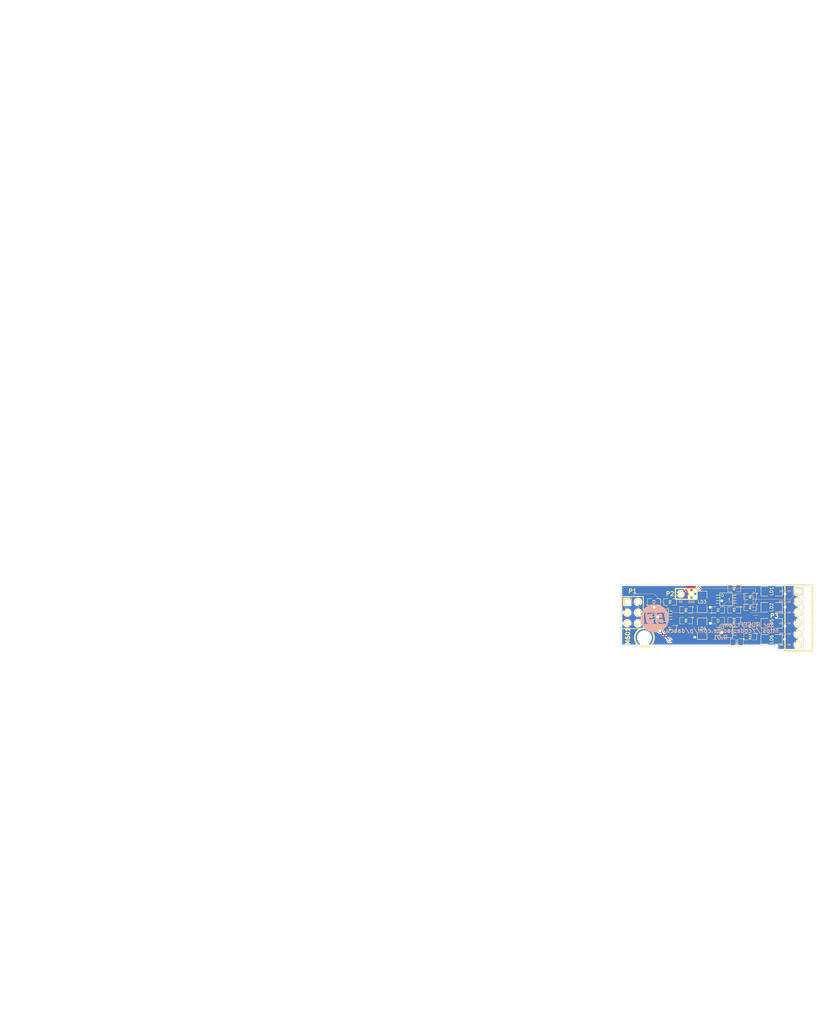
<source format=kicad_pcb>
(kicad_pcb (version 3) (host pcbnew "(2013-07-07 BZR 4022)-stable")

  (general
    (links 48)
    (no_connects 0)
    (area 28.778999 12.121499 224.790001 255.053501)
    (thickness 1.6)
    (drawings 72)
    (tracks 173)
    (zones 0)
    (modules 29)
    (nets 27)
  )

  (page B)
  (title_block 
    (title "High or low side drive board for RUSEFI.com")
    (rev .01)
    (company RUSEFI.com)
    (comment 2 Art_Electro)
    (comment 3 Art_Electro)
  )

  (layers
    (15 F.Cu signal)
    (0 B.Cu signal)
    (16 B.Adhes user)
    (17 F.Adhes user)
    (18 B.Paste user)
    (19 F.Paste user)
    (20 B.SilkS user)
    (21 F.SilkS user)
    (22 B.Mask user)
    (23 F.Mask user)
    (24 Dwgs.User user)
    (25 Cmts.User user)
    (26 Eco1.User user)
    (27 Eco2.User user)
    (28 Edge.Cuts user)
  )

  (setup
    (last_trace_width 0.254)
    (trace_clearance 0.2032)
    (zone_clearance 0.254)
    (zone_45_only no)
    (trace_min 0.254)
    (segment_width 0.1)
    (edge_width 0.1)
    (via_size 0.889)
    (via_drill 0.635)
    (via_min_size 0.889)
    (via_min_drill 0.508)
    (uvia_size 0.508)
    (uvia_drill 0.127)
    (uvias_allowed no)
    (uvia_min_size 0.508)
    (uvia_min_drill 0.127)
    (pcb_text_width 0.3)
    (pcb_text_size 1.5 1.5)
    (mod_edge_width 0.15)
    (mod_text_size 1 1)
    (mod_text_width 0.15)
    (pad_size 3 3)
    (pad_drill 3)
    (pad_to_mask_clearance 0)
    (aux_axis_origin 0 0)
    (visible_elements 7FFFFB3F)
    (pcbplotparams
      (layerselection 317751297)
      (usegerberextensions true)
      (excludeedgelayer true)
      (linewidth 0.150000)
      (plotframeref false)
      (viasonmask false)
      (mode 1)
      (useauxorigin false)
      (hpglpennumber 1)
      (hpglpenspeed 20)
      (hpglpendiameter 15)
      (hpglpenoverlay 2)
      (psnegative false)
      (psa4output false)
      (plotreference true)
      (plotvalue true)
      (plotothertext true)
      (plotinvisibletext false)
      (padsonsilk false)
      (subtractmaskfromsilk false)
      (outputformat 1)
      (mirror false)
      (drillshape 0)
      (scaleselection 1)
      (outputdirectory gerber))
  )

  (net 0 "")
  (net 1 /HL1)
  (net 2 /HL2)
  (net 3 /HL3)
  (net 4 /HL4)
  (net 5 /HL5)
  (net 6 /HL6)
  (net 7 /H_IN1)
  (net 8 /H_IN2)
  (net 9 /H_IN3)
  (net 10 /H_IN4)
  (net 11 /H_IN5)
  (net 12 /H_IN6)
  (net 13 /VP)
  (net 14 GND)
  (net 15 N-0000010)
  (net 16 N-0000011)
  (net 17 N-0000019)
  (net 18 N-0000021)
  (net 19 N-0000022)
  (net 20 N-0000023)
  (net 21 N-0000024)
  (net 22 N-0000025)
  (net 23 N-0000026)
  (net 24 N-0000029)
  (net 25 N-000006)
  (net 26 N-000008)

  (net_class Default "This is the default net class."
    (clearance 0.2032)
    (trace_width 0.254)
    (via_dia 0.889)
    (via_drill 0.635)
    (uvia_dia 0.508)
    (uvia_drill 0.127)
    (add_net "")
    (add_net /HL1)
    (add_net /HL2)
    (add_net /HL3)
    (add_net /HL4)
    (add_net /HL5)
    (add_net /HL6)
    (add_net /H_IN1)
    (add_net /H_IN2)
    (add_net /H_IN3)
    (add_net /H_IN4)
    (add_net /H_IN5)
    (add_net /H_IN6)
    (add_net /VP)
    (add_net GND)
    (add_net N-0000010)
    (add_net N-0000011)
    (add_net N-0000019)
    (add_net N-0000021)
    (add_net N-0000022)
    (add_net N-0000023)
    (add_net N-0000024)
    (add_net N-0000025)
    (add_net N-0000026)
    (add_net N-0000029)
    (add_net N-000006)
    (add_net N-000008)
  )

  (net_class .02 ""
    (clearance 0.2032)
    (trace_width 0.508)
    (via_dia 0.889)
    (via_drill 0.635)
    (uvia_dia 0.508)
    (uvia_drill 0.127)
  )

  (module SM1206 (layer F.Cu) (tedit 52E64023) (tstamp 52E63DA1)
    (at 195.58 161.29 270)
    (path /52E63D3F)
    (attr smd)
    (fp_text reference LD4 (at 0 0 360) (layer F.SilkS)
      (effects (font (size 0.762 0.762) (thickness 0.127)))
    )
    (fp_text value LED (at 0 0 270) (layer F.SilkS) hide
      (effects (font (size 0.762 0.762) (thickness 0.127)))
    )
    (fp_line (start -2.54 -1.143) (end -2.54 1.143) (layer F.SilkS) (width 0.127))
    (fp_line (start -2.54 1.143) (end -0.889 1.143) (layer F.SilkS) (width 0.127))
    (fp_line (start 0.889 -1.143) (end 2.54 -1.143) (layer F.SilkS) (width 0.127))
    (fp_line (start 2.54 -1.143) (end 2.54 1.143) (layer F.SilkS) (width 0.127))
    (fp_line (start 2.54 1.143) (end 0.889 1.143) (layer F.SilkS) (width 0.127))
    (fp_line (start -0.889 -1.143) (end -2.54 -1.143) (layer F.SilkS) (width 0.127))
    (pad 1 smd rect (at -1.651 0 270) (size 1.524 2.032)
      (layers F.Cu F.Paste F.Mask)
      (net 21 N-0000024)
    )
    (pad 2 smd rect (at 1.651 0 270) (size 1.524 2.032)
      (layers F.Cu F.Paste F.Mask)
      (net 14 GND)
    )
    (model smd/chip_cms.wrl
      (at (xyz 0 0 0))
      (scale (xyz 0.17 0.16 0.16))
      (rotate (xyz 0 0 0))
    )
  )

  (module SM1206 (layer F.Cu) (tedit 52E6402D) (tstamp 52E63DAD)
    (at 212.09 160.02)
    (path /52E63CC7)
    (attr smd)
    (fp_text reference LD5 (at 0 0 90) (layer F.SilkS)
      (effects (font (size 0.762 0.762) (thickness 0.127)))
    )
    (fp_text value LED (at 0 0) (layer F.SilkS) hide
      (effects (font (size 0.762 0.762) (thickness 0.127)))
    )
    (fp_line (start -2.54 -1.143) (end -2.54 1.143) (layer F.SilkS) (width 0.127))
    (fp_line (start -2.54 1.143) (end -0.889 1.143) (layer F.SilkS) (width 0.127))
    (fp_line (start 0.889 -1.143) (end 2.54 -1.143) (layer F.SilkS) (width 0.127))
    (fp_line (start 2.54 -1.143) (end 2.54 1.143) (layer F.SilkS) (width 0.127))
    (fp_line (start 2.54 1.143) (end 0.889 1.143) (layer F.SilkS) (width 0.127))
    (fp_line (start -0.889 -1.143) (end -2.54 -1.143) (layer F.SilkS) (width 0.127))
    (pad 1 smd rect (at -1.651 0) (size 1.524 2.032)
      (layers F.Cu F.Paste F.Mask)
      (net 25 N-000006)
    )
    (pad 2 smd rect (at 1.651 0) (size 1.524 2.032)
      (layers F.Cu F.Paste F.Mask)
      (net 14 GND)
    )
    (model smd/chip_cms.wrl
      (at (xyz 0 0 0))
      (scale (xyz 0.17 0.16 0.16))
      (rotate (xyz 0 0 0))
    )
  )

  (module SM1206 (layer F.Cu) (tedit 52E6402E) (tstamp 52E63DB9)
    (at 212.09 156.21)
    (path /52E63D2C)
    (attr smd)
    (fp_text reference LD2 (at 0 0 90) (layer F.SilkS)
      (effects (font (size 0.762 0.762) (thickness 0.127)))
    )
    (fp_text value LED (at 0 0) (layer F.SilkS) hide
      (effects (font (size 0.762 0.762) (thickness 0.127)))
    )
    (fp_line (start -2.54 -1.143) (end -2.54 1.143) (layer F.SilkS) (width 0.127))
    (fp_line (start -2.54 1.143) (end -0.889 1.143) (layer F.SilkS) (width 0.127))
    (fp_line (start 0.889 -1.143) (end 2.54 -1.143) (layer F.SilkS) (width 0.127))
    (fp_line (start 2.54 -1.143) (end 2.54 1.143) (layer F.SilkS) (width 0.127))
    (fp_line (start 2.54 1.143) (end 0.889 1.143) (layer F.SilkS) (width 0.127))
    (fp_line (start -0.889 -1.143) (end -2.54 -1.143) (layer F.SilkS) (width 0.127))
    (pad 1 smd rect (at -1.651 0) (size 1.524 2.032)
      (layers F.Cu F.Paste F.Mask)
      (net 26 N-000008)
    )
    (pad 2 smd rect (at 1.651 0) (size 1.524 2.032)
      (layers F.Cu F.Paste F.Mask)
      (net 14 GND)
    )
    (model smd/chip_cms.wrl
      (at (xyz 0 0 0))
      (scale (xyz 0.17 0.16 0.16))
      (rotate (xyz 0 0 0))
    )
  )

  (module SM1206 (layer F.Cu) (tedit 52E6402F) (tstamp 52E63DC5)
    (at 212.09 152.4)
    (path /52E63D36)
    (attr smd)
    (fp_text reference LD1 (at 0 0 90) (layer F.SilkS)
      (effects (font (size 0.762 0.762) (thickness 0.127)))
    )
    (fp_text value LED (at 0 0) (layer F.SilkS) hide
      (effects (font (size 0.762 0.762) (thickness 0.127)))
    )
    (fp_line (start -2.54 -1.143) (end -2.54 1.143) (layer F.SilkS) (width 0.127))
    (fp_line (start -2.54 1.143) (end -0.889 1.143) (layer F.SilkS) (width 0.127))
    (fp_line (start 0.889 -1.143) (end 2.54 -1.143) (layer F.SilkS) (width 0.127))
    (fp_line (start 2.54 -1.143) (end 2.54 1.143) (layer F.SilkS) (width 0.127))
    (fp_line (start 2.54 1.143) (end 0.889 1.143) (layer F.SilkS) (width 0.127))
    (fp_line (start -0.889 -1.143) (end -2.54 -1.143) (layer F.SilkS) (width 0.127))
    (pad 1 smd rect (at -1.651 0) (size 1.524 2.032)
      (layers F.Cu F.Paste F.Mask)
      (net 19 N-0000022)
    )
    (pad 2 smd rect (at 1.651 0) (size 1.524 2.032)
      (layers F.Cu F.Paste F.Mask)
      (net 14 GND)
    )
    (model smd/chip_cms.wrl
      (at (xyz 0 0 0))
      (scale (xyz 0.17 0.16 0.16))
      (rotate (xyz 0 0 0))
    )
  )

  (module SM1206 (layer F.Cu) (tedit 52E64030) (tstamp 52E63DD1)
    (at 212.09 163.83)
    (path /52E5BF3C)
    (attr smd)
    (fp_text reference LD6 (at 0 0 90) (layer F.SilkS)
      (effects (font (size 0.762 0.762) (thickness 0.127)))
    )
    (fp_text value LED (at 0 0) (layer F.SilkS) hide
      (effects (font (size 0.762 0.762) (thickness 0.127)))
    )
    (fp_line (start -2.54 -1.143) (end -2.54 1.143) (layer F.SilkS) (width 0.127))
    (fp_line (start -2.54 1.143) (end -0.889 1.143) (layer F.SilkS) (width 0.127))
    (fp_line (start 0.889 -1.143) (end 2.54 -1.143) (layer F.SilkS) (width 0.127))
    (fp_line (start 2.54 -1.143) (end 2.54 1.143) (layer F.SilkS) (width 0.127))
    (fp_line (start 2.54 1.143) (end 0.889 1.143) (layer F.SilkS) (width 0.127))
    (fp_line (start -0.889 -1.143) (end -2.54 -1.143) (layer F.SilkS) (width 0.127))
    (pad 1 smd rect (at -1.651 0) (size 1.524 2.032)
      (layers F.Cu F.Paste F.Mask)
      (net 22 N-0000025)
    )
    (pad 2 smd rect (at 1.651 0) (size 1.524 2.032)
      (layers F.Cu F.Paste F.Mask)
      (net 14 GND)
    )
    (model smd/chip_cms.wrl
      (at (xyz 0 0 0))
      (scale (xyz 0.17 0.16 0.16))
      (rotate (xyz 0 0 0))
    )
  )

  (module SM1206 (layer F.Cu) (tedit 52E64000) (tstamp 52E63DDD)
    (at 195.58 154.94 90)
    (path /52E63D48)
    (attr smd)
    (fp_text reference LD3 (at 0 0 180) (layer F.SilkS)
      (effects (font (size 0.762 0.762) (thickness 0.127)))
    )
    (fp_text value LED (at 0 0 90) (layer F.SilkS) hide
      (effects (font (size 0.762 0.762) (thickness 0.127)))
    )
    (fp_line (start -2.54 -1.143) (end -2.54 1.143) (layer F.SilkS) (width 0.127))
    (fp_line (start -2.54 1.143) (end -0.889 1.143) (layer F.SilkS) (width 0.127))
    (fp_line (start 0.889 -1.143) (end 2.54 -1.143) (layer F.SilkS) (width 0.127))
    (fp_line (start 2.54 -1.143) (end 2.54 1.143) (layer F.SilkS) (width 0.127))
    (fp_line (start 2.54 1.143) (end 0.889 1.143) (layer F.SilkS) (width 0.127))
    (fp_line (start -0.889 -1.143) (end -2.54 -1.143) (layer F.SilkS) (width 0.127))
    (pad 1 smd rect (at -1.651 0 90) (size 1.524 2.032)
      (layers F.Cu F.Paste F.Mask)
      (net 17 N-0000019)
    )
    (pad 2 smd rect (at 1.651 0 90) (size 1.524 2.032)
      (layers F.Cu F.Paste F.Mask)
      (net 14 GND)
    )
    (model smd/chip_cms.wrl
      (at (xyz 0 0 0))
      (scale (xyz 0.17 0.16 0.16))
      (rotate (xyz 0 0 0))
    )
  )

  (module SM0805 (layer F.Cu) (tedit 52E66D4D) (tstamp 52E63DEA)
    (at 187.96 161.29 180)
    (path /52E63D51)
    (attr smd)
    (fp_text reference R7 (at 0 0 270) (layer F.SilkS)
      (effects (font (size 0.50038 0.50038) (thickness 0.10922)))
    )
    (fp_text value 2700 (at 0 0.381 180) (layer F.SilkS) hide
      (effects (font (size 0.50038 0.50038) (thickness 0.10922)))
    )
    (fp_circle (center -1.651 0.762) (end -1.651 0.635) (layer F.SilkS) (width 0.09906))
    (fp_line (start -0.508 0.762) (end -1.524 0.762) (layer F.SilkS) (width 0.09906))
    (fp_line (start -1.524 0.762) (end -1.524 -0.762) (layer F.SilkS) (width 0.09906))
    (fp_line (start -1.524 -0.762) (end -0.508 -0.762) (layer F.SilkS) (width 0.09906))
    (fp_line (start 0.508 -0.762) (end 1.524 -0.762) (layer F.SilkS) (width 0.09906))
    (fp_line (start 1.524 -0.762) (end 1.524 0.762) (layer F.SilkS) (width 0.09906))
    (fp_line (start 1.524 0.762) (end 0.508 0.762) (layer F.SilkS) (width 0.09906))
    (pad 1 smd rect (at -0.9525 0 180) (size 0.889 1.397)
      (layers F.Cu F.Paste F.Mask)
      (net 21 N-0000024)
    )
    (pad 2 smd rect (at 0.9525 0 180) (size 0.889 1.397)
      (layers F.Cu F.Paste F.Mask)
      (net 16 N-0000011)
    )
    (model smd/chip_cms.wrl
      (at (xyz 0 0 0))
      (scale (xyz 0.1 0.1 0.1))
      (rotate (xyz 0 0 0))
    )
  )

  (module SM0805 (layer F.Cu) (tedit 52E66D47) (tstamp 52E63DF7)
    (at 191.77 159.385 180)
    (path /52E63D5A)
    (attr smd)
    (fp_text reference R8 (at 0 0 270) (layer F.SilkS)
      (effects (font (size 0.50038 0.50038) (thickness 0.10922)))
    )
    (fp_text value 100 (at 0 0.381 180) (layer F.SilkS) hide
      (effects (font (size 0.50038 0.50038) (thickness 0.10922)))
    )
    (fp_circle (center -1.651 0.762) (end -1.651 0.635) (layer F.SilkS) (width 0.09906))
    (fp_line (start -0.508 0.762) (end -1.524 0.762) (layer F.SilkS) (width 0.09906))
    (fp_line (start -1.524 0.762) (end -1.524 -0.762) (layer F.SilkS) (width 0.09906))
    (fp_line (start -1.524 -0.762) (end -0.508 -0.762) (layer F.SilkS) (width 0.09906))
    (fp_line (start 0.508 -0.762) (end 1.524 -0.762) (layer F.SilkS) (width 0.09906))
    (fp_line (start 1.524 -0.762) (end 1.524 0.762) (layer F.SilkS) (width 0.09906))
    (fp_line (start 1.524 0.762) (end 0.508 0.762) (layer F.SilkS) (width 0.09906))
    (pad 1 smd rect (at -0.9525 0 180) (size 0.889 1.397)
      (layers F.Cu F.Paste F.Mask)
      (net 4 /HL4)
    )
    (pad 2 smd rect (at 0.9525 0 180) (size 0.889 1.397)
      (layers F.Cu F.Paste F.Mask)
      (net 16 N-0000011)
    )
    (model smd/chip_cms.wrl
      (at (xyz 0 0 0))
      (scale (xyz 0.1 0.1 0.1))
      (rotate (xyz 0 0 0))
    )
  )

  (module SM0805 (layer F.Cu) (tedit 52E66D2A) (tstamp 52E63E04)
    (at 203.2 159.385 180)
    (path /52E63CB5)
    (attr smd)
    (fp_text reference R10 (at 0 0 270) (layer F.SilkS)
      (effects (font (size 0.50038 0.50038) (thickness 0.10922)))
    )
    (fp_text value 2700 (at 0 0.381 180) (layer F.SilkS) hide
      (effects (font (size 0.50038 0.50038) (thickness 0.10922)))
    )
    (fp_circle (center -1.651 0.762) (end -1.651 0.635) (layer F.SilkS) (width 0.09906))
    (fp_line (start -0.508 0.762) (end -1.524 0.762) (layer F.SilkS) (width 0.09906))
    (fp_line (start -1.524 0.762) (end -1.524 -0.762) (layer F.SilkS) (width 0.09906))
    (fp_line (start -1.524 -0.762) (end -0.508 -0.762) (layer F.SilkS) (width 0.09906))
    (fp_line (start 0.508 -0.762) (end 1.524 -0.762) (layer F.SilkS) (width 0.09906))
    (fp_line (start 1.524 -0.762) (end 1.524 0.762) (layer F.SilkS) (width 0.09906))
    (fp_line (start 1.524 0.762) (end 0.508 0.762) (layer F.SilkS) (width 0.09906))
    (pad 1 smd rect (at -0.9525 0 180) (size 0.889 1.397)
      (layers F.Cu F.Paste F.Mask)
      (net 25 N-000006)
    )
    (pad 2 smd rect (at 0.9525 0 180) (size 0.889 1.397)
      (layers F.Cu F.Paste F.Mask)
      (net 23 N-0000026)
    )
    (model smd/chip_cms.wrl
      (at (xyz 0 0 0))
      (scale (xyz 0.1 0.1 0.1))
      (rotate (xyz 0 0 0))
    )
  )

  (module SM0805 (layer F.Cu) (tedit 52E66D29) (tstamp 52E63E11)
    (at 203.2 156.845 180)
    (path /52E63D63)
    (attr smd)
    (fp_text reference R3 (at 0 0 270) (layer F.SilkS)
      (effects (font (size 0.50038 0.50038) (thickness 0.10922)))
    )
    (fp_text value 2700 (at 0 0.381 180) (layer F.SilkS) hide
      (effects (font (size 0.50038 0.50038) (thickness 0.10922)))
    )
    (fp_circle (center -1.651 0.762) (end -1.651 0.635) (layer F.SilkS) (width 0.09906))
    (fp_line (start -0.508 0.762) (end -1.524 0.762) (layer F.SilkS) (width 0.09906))
    (fp_line (start -1.524 0.762) (end -1.524 -0.762) (layer F.SilkS) (width 0.09906))
    (fp_line (start -1.524 -0.762) (end -0.508 -0.762) (layer F.SilkS) (width 0.09906))
    (fp_line (start 0.508 -0.762) (end 1.524 -0.762) (layer F.SilkS) (width 0.09906))
    (fp_line (start 1.524 -0.762) (end 1.524 0.762) (layer F.SilkS) (width 0.09906))
    (fp_line (start 1.524 0.762) (end 0.508 0.762) (layer F.SilkS) (width 0.09906))
    (pad 1 smd rect (at -0.9525 0 180) (size 0.889 1.397)
      (layers F.Cu F.Paste F.Mask)
      (net 26 N-000008)
    )
    (pad 2 smd rect (at 0.9525 0 180) (size 0.889 1.397)
      (layers F.Cu F.Paste F.Mask)
      (net 15 N-0000010)
    )
    (model smd/chip_cms.wrl
      (at (xyz 0 0 0))
      (scale (xyz 0.1 0.1 0.1))
      (rotate (xyz 0 0 0))
    )
  )

  (module SM0805 (layer F.Cu) (tedit 52E66D3F) (tstamp 52E63E1E)
    (at 207.01 156.21 180)
    (path /52E63D6C)
    (attr smd)
    (fp_text reference R4 (at 0 0 270) (layer F.SilkS)
      (effects (font (size 0.50038 0.50038) (thickness 0.10922)))
    )
    (fp_text value 100 (at 0 0.381 180) (layer F.SilkS) hide
      (effects (font (size 0.50038 0.50038) (thickness 0.10922)))
    )
    (fp_circle (center -1.651 0.762) (end -1.651 0.635) (layer F.SilkS) (width 0.09906))
    (fp_line (start -0.508 0.762) (end -1.524 0.762) (layer F.SilkS) (width 0.09906))
    (fp_line (start -1.524 0.762) (end -1.524 -0.762) (layer F.SilkS) (width 0.09906))
    (fp_line (start -1.524 -0.762) (end -0.508 -0.762) (layer F.SilkS) (width 0.09906))
    (fp_line (start 0.508 -0.762) (end 1.524 -0.762) (layer F.SilkS) (width 0.09906))
    (fp_line (start 1.524 -0.762) (end 1.524 0.762) (layer F.SilkS) (width 0.09906))
    (fp_line (start 1.524 0.762) (end 0.508 0.762) (layer F.SilkS) (width 0.09906))
    (pad 1 smd rect (at -0.9525 0 180) (size 0.889 1.397)
      (layers F.Cu F.Paste F.Mask)
      (net 2 /HL2)
    )
    (pad 2 smd rect (at 0.9525 0 180) (size 0.889 1.397)
      (layers F.Cu F.Paste F.Mask)
      (net 15 N-0000010)
    )
    (model smd/chip_cms.wrl
      (at (xyz 0 0 0))
      (scale (xyz 0.1 0.1 0.1))
      (rotate (xyz 0 0 0))
    )
  )

  (module SM0805 (layer F.Cu) (tedit 52E66D34) (tstamp 52E63E2B)
    (at 199.39 159.385)
    (path /52E63D75)
    (attr smd)
    (fp_text reference C2 (at 0 0 90) (layer F.SilkS)
      (effects (font (size 0.50038 0.50038) (thickness 0.10922)))
    )
    (fp_text value 0.1uF (at 0 0.381) (layer F.SilkS) hide
      (effects (font (size 0.50038 0.50038) (thickness 0.10922)))
    )
    (fp_circle (center -1.651 0.762) (end -1.651 0.635) (layer F.SilkS) (width 0.09906))
    (fp_line (start -0.508 0.762) (end -1.524 0.762) (layer F.SilkS) (width 0.09906))
    (fp_line (start -1.524 0.762) (end -1.524 -0.762) (layer F.SilkS) (width 0.09906))
    (fp_line (start -1.524 -0.762) (end -0.508 -0.762) (layer F.SilkS) (width 0.09906))
    (fp_line (start 0.508 -0.762) (end 1.524 -0.762) (layer F.SilkS) (width 0.09906))
    (fp_line (start 1.524 -0.762) (end 1.524 0.762) (layer F.SilkS) (width 0.09906))
    (fp_line (start 1.524 0.762) (end 0.508 0.762) (layer F.SilkS) (width 0.09906))
    (pad 1 smd rect (at -0.9525 0) (size 0.889 1.397)
      (layers F.Cu F.Paste F.Mask)
      (net 14 GND)
    )
    (pad 2 smd rect (at 0.9525 0) (size 0.889 1.397)
      (layers F.Cu F.Paste F.Mask)
      (net 13 /VP)
    )
    (model smd/chip_cms.wrl
      (at (xyz 0 0 0))
      (scale (xyz 0.1 0.1 0.1))
      (rotate (xyz 0 0 0))
    )
  )

  (module SM0805 (layer F.Cu) (tedit 52E66D3D) (tstamp 52E63E38)
    (at 207.01 153.67 180)
    (path /52E63D23)
    (attr smd)
    (fp_text reference R1 (at 0 0 270) (layer F.SilkS)
      (effects (font (size 0.50038 0.50038) (thickness 0.10922)))
    )
    (fp_text value 100 (at 0 0.381 180) (layer F.SilkS) hide
      (effects (font (size 0.50038 0.50038) (thickness 0.10922)))
    )
    (fp_circle (center -1.651 0.762) (end -1.651 0.635) (layer F.SilkS) (width 0.09906))
    (fp_line (start -0.508 0.762) (end -1.524 0.762) (layer F.SilkS) (width 0.09906))
    (fp_line (start -1.524 0.762) (end -1.524 -0.762) (layer F.SilkS) (width 0.09906))
    (fp_line (start -1.524 -0.762) (end -0.508 -0.762) (layer F.SilkS) (width 0.09906))
    (fp_line (start 0.508 -0.762) (end 1.524 -0.762) (layer F.SilkS) (width 0.09906))
    (fp_line (start 1.524 -0.762) (end 1.524 0.762) (layer F.SilkS) (width 0.09906))
    (fp_line (start 1.524 0.762) (end 0.508 0.762) (layer F.SilkS) (width 0.09906))
    (pad 1 smd rect (at -0.9525 0 180) (size 0.889 1.397)
      (layers F.Cu F.Paste F.Mask)
      (net 1 /HL1)
    )
    (pad 2 smd rect (at 0.9525 0 180) (size 0.889 1.397)
      (layers F.Cu F.Paste F.Mask)
      (net 20 N-0000023)
    )
    (model smd/chip_cms.wrl
      (at (xyz 0 0 0))
      (scale (xyz 0.1 0.1 0.1))
      (rotate (xyz 0 0 0))
    )
  )

  (module SM0805 (layer F.Cu) (tedit 52E66D30) (tstamp 52E63E45)
    (at 203.2 151.765 180)
    (path /52E63D1A)
    (attr smd)
    (fp_text reference R2 (at 0 0 270) (layer F.SilkS)
      (effects (font (size 0.50038 0.50038) (thickness 0.10922)))
    )
    (fp_text value 2700 (at 0 0.381 180) (layer F.SilkS) hide
      (effects (font (size 0.50038 0.50038) (thickness 0.10922)))
    )
    (fp_circle (center -1.651 0.762) (end -1.651 0.635) (layer F.SilkS) (width 0.09906))
    (fp_line (start -0.508 0.762) (end -1.524 0.762) (layer F.SilkS) (width 0.09906))
    (fp_line (start -1.524 0.762) (end -1.524 -0.762) (layer F.SilkS) (width 0.09906))
    (fp_line (start -1.524 -0.762) (end -0.508 -0.762) (layer F.SilkS) (width 0.09906))
    (fp_line (start 0.508 -0.762) (end 1.524 -0.762) (layer F.SilkS) (width 0.09906))
    (fp_line (start 1.524 -0.762) (end 1.524 0.762) (layer F.SilkS) (width 0.09906))
    (fp_line (start 1.524 0.762) (end 0.508 0.762) (layer F.SilkS) (width 0.09906))
    (pad 1 smd rect (at -0.9525 0 180) (size 0.889 1.397)
      (layers F.Cu F.Paste F.Mask)
      (net 19 N-0000022)
    )
    (pad 2 smd rect (at 0.9525 0 180) (size 0.889 1.397)
      (layers F.Cu F.Paste F.Mask)
      (net 20 N-0000023)
    )
    (model smd/chip_cms.wrl
      (at (xyz 0 0 0))
      (scale (xyz 0.1 0.1 0.1))
      (rotate (xyz 0 0 0))
    )
  )

  (module SM0805 (layer F.Cu) (tedit 52E66D49) (tstamp 52E63E52)
    (at 191.77 156.845 180)
    (path /52E63D11)
    (attr smd)
    (fp_text reference R5 (at 0 0 270) (layer F.SilkS)
      (effects (font (size 0.50038 0.50038) (thickness 0.10922)))
    )
    (fp_text value 100 (at 0 0.381 180) (layer F.SilkS) hide
      (effects (font (size 0.50038 0.50038) (thickness 0.10922)))
    )
    (fp_circle (center -1.651 0.762) (end -1.651 0.635) (layer F.SilkS) (width 0.09906))
    (fp_line (start -0.508 0.762) (end -1.524 0.762) (layer F.SilkS) (width 0.09906))
    (fp_line (start -1.524 0.762) (end -1.524 -0.762) (layer F.SilkS) (width 0.09906))
    (fp_line (start -1.524 -0.762) (end -0.508 -0.762) (layer F.SilkS) (width 0.09906))
    (fp_line (start 0.508 -0.762) (end 1.524 -0.762) (layer F.SilkS) (width 0.09906))
    (fp_line (start 1.524 -0.762) (end 1.524 0.762) (layer F.SilkS) (width 0.09906))
    (fp_line (start 1.524 0.762) (end 0.508 0.762) (layer F.SilkS) (width 0.09906))
    (pad 1 smd rect (at -0.9525 0 180) (size 0.889 1.397)
      (layers F.Cu F.Paste F.Mask)
      (net 3 /HL3)
    )
    (pad 2 smd rect (at 0.9525 0 180) (size 0.889 1.397)
      (layers F.Cu F.Paste F.Mask)
      (net 18 N-0000021)
    )
    (model smd/chip_cms.wrl
      (at (xyz 0 0 0))
      (scale (xyz 0.1 0.1 0.1))
      (rotate (xyz 0 0 0))
    )
  )

  (module SM0805 (layer F.Cu) (tedit 52E66D4B) (tstamp 52E63E5F)
    (at 187.96 154.94 180)
    (path /52E63D08)
    (attr smd)
    (fp_text reference R6 (at 0 0 270) (layer F.SilkS)
      (effects (font (size 0.50038 0.50038) (thickness 0.10922)))
    )
    (fp_text value 2700 (at 0 0.381 180) (layer F.SilkS) hide
      (effects (font (size 0.50038 0.50038) (thickness 0.10922)))
    )
    (fp_circle (center -1.651 0.762) (end -1.651 0.635) (layer F.SilkS) (width 0.09906))
    (fp_line (start -0.508 0.762) (end -1.524 0.762) (layer F.SilkS) (width 0.09906))
    (fp_line (start -1.524 0.762) (end -1.524 -0.762) (layer F.SilkS) (width 0.09906))
    (fp_line (start -1.524 -0.762) (end -0.508 -0.762) (layer F.SilkS) (width 0.09906))
    (fp_line (start 0.508 -0.762) (end 1.524 -0.762) (layer F.SilkS) (width 0.09906))
    (fp_line (start 1.524 -0.762) (end 1.524 0.762) (layer F.SilkS) (width 0.09906))
    (fp_line (start 1.524 0.762) (end 0.508 0.762) (layer F.SilkS) (width 0.09906))
    (pad 1 smd rect (at -0.9525 0 180) (size 0.889 1.397)
      (layers F.Cu F.Paste F.Mask)
      (net 17 N-0000019)
    )
    (pad 2 smd rect (at 0.9525 0 180) (size 0.889 1.397)
      (layers F.Cu F.Paste F.Mask)
      (net 18 N-0000021)
    )
    (model smd/chip_cms.wrl
      (at (xyz 0 0 0))
      (scale (xyz 0.1 0.1 0.1))
      (rotate (xyz 0 0 0))
    )
  )

  (module SM0805 (layer F.Cu) (tedit 52E66D32) (tstamp 52E63E6C)
    (at 199.39 156.845)
    (path /52E63D7E)
    (attr smd)
    (fp_text reference C1 (at 0 0 90) (layer F.SilkS)
      (effects (font (size 0.50038 0.50038) (thickness 0.10922)))
    )
    (fp_text value 0.1uF (at 0 0.381) (layer F.SilkS) hide
      (effects (font (size 0.50038 0.50038) (thickness 0.10922)))
    )
    (fp_circle (center -1.651 0.762) (end -1.651 0.635) (layer F.SilkS) (width 0.09906))
    (fp_line (start -0.508 0.762) (end -1.524 0.762) (layer F.SilkS) (width 0.09906))
    (fp_line (start -1.524 0.762) (end -1.524 -0.762) (layer F.SilkS) (width 0.09906))
    (fp_line (start -1.524 -0.762) (end -0.508 -0.762) (layer F.SilkS) (width 0.09906))
    (fp_line (start 0.508 -0.762) (end 1.524 -0.762) (layer F.SilkS) (width 0.09906))
    (fp_line (start 1.524 -0.762) (end 1.524 0.762) (layer F.SilkS) (width 0.09906))
    (fp_line (start 1.524 0.762) (end 0.508 0.762) (layer F.SilkS) (width 0.09906))
    (pad 1 smd rect (at -0.9525 0) (size 0.889 1.397)
      (layers F.Cu F.Paste F.Mask)
      (net 14 GND)
    )
    (pad 2 smd rect (at 0.9525 0) (size 0.889 1.397)
      (layers F.Cu F.Paste F.Mask)
      (net 13 /VP)
    )
    (model smd/chip_cms.wrl
      (at (xyz 0 0 0))
      (scale (xyz 0.1 0.1 0.1))
      (rotate (xyz 0 0 0))
    )
  )

  (module SM0805 (layer F.Cu) (tedit 52E66D41) (tstamp 52E63E79)
    (at 207.01 160.655 180)
    (path /52E63CBE)
    (attr smd)
    (fp_text reference R9 (at 0 0 270) (layer F.SilkS)
      (effects (font (size 0.50038 0.50038) (thickness 0.10922)))
    )
    (fp_text value 100 (at 0 0.381 180) (layer F.SilkS) hide
      (effects (font (size 0.50038 0.50038) (thickness 0.10922)))
    )
    (fp_circle (center -1.651 0.762) (end -1.651 0.635) (layer F.SilkS) (width 0.09906))
    (fp_line (start -0.508 0.762) (end -1.524 0.762) (layer F.SilkS) (width 0.09906))
    (fp_line (start -1.524 0.762) (end -1.524 -0.762) (layer F.SilkS) (width 0.09906))
    (fp_line (start -1.524 -0.762) (end -0.508 -0.762) (layer F.SilkS) (width 0.09906))
    (fp_line (start 0.508 -0.762) (end 1.524 -0.762) (layer F.SilkS) (width 0.09906))
    (fp_line (start 1.524 -0.762) (end 1.524 0.762) (layer F.SilkS) (width 0.09906))
    (fp_line (start 1.524 0.762) (end 0.508 0.762) (layer F.SilkS) (width 0.09906))
    (pad 1 smd rect (at -0.9525 0 180) (size 0.889 1.397)
      (layers F.Cu F.Paste F.Mask)
      (net 5 /HL5)
    )
    (pad 2 smd rect (at 0.9525 0 180) (size 0.889 1.397)
      (layers F.Cu F.Paste F.Mask)
      (net 23 N-0000026)
    )
    (model smd/chip_cms.wrl
      (at (xyz 0 0 0))
      (scale (xyz 0.1 0.1 0.1))
      (rotate (xyz 0 0 0))
    )
  )

  (module SM0805 (layer F.Cu) (tedit 52E66E45) (tstamp 52E63E86)
    (at 184.15 154.94)
    (path /524F7FBD)
    (attr smd)
    (fp_text reference C3 (at 0 0 90) (layer F.SilkS)
      (effects (font (size 0.50038 0.50038) (thickness 0.10922)))
    )
    (fp_text value 0.1uF (at 0 0.381) (layer F.SilkS) hide
      (effects (font (size 0.50038 0.50038) (thickness 0.10922)))
    )
    (fp_circle (center -1.651 0.762) (end -1.651 0.635) (layer F.SilkS) (width 0.09906))
    (fp_line (start -0.508 0.762) (end -1.524 0.762) (layer F.SilkS) (width 0.09906))
    (fp_line (start -1.524 0.762) (end -1.524 -0.762) (layer F.SilkS) (width 0.09906))
    (fp_line (start -1.524 -0.762) (end -0.508 -0.762) (layer F.SilkS) (width 0.09906))
    (fp_line (start 0.508 -0.762) (end 1.524 -0.762) (layer F.SilkS) (width 0.09906))
    (fp_line (start 1.524 -0.762) (end 1.524 0.762) (layer F.SilkS) (width 0.09906))
    (fp_line (start 1.524 0.762) (end 0.508 0.762) (layer F.SilkS) (width 0.09906))
    (pad 1 smd rect (at -0.9525 0) (size 0.889 1.397)
      (layers F.Cu F.Paste F.Mask)
      (net 14 GND)
    )
    (pad 2 smd rect (at 0.9525 0) (size 0.889 1.397)
      (layers F.Cu F.Paste F.Mask)
      (net 13 /VP)
    )
    (model smd/chip_cms.wrl
      (at (xyz 0 0 0))
      (scale (xyz 0.1 0.1 0.1))
      (rotate (xyz 0 0 0))
    )
  )

  (module SM0805 (layer F.Cu) (tedit 52E66D43) (tstamp 52E63E93)
    (at 207.01 163.195 180)
    (path /52E5BFE6)
    (attr smd)
    (fp_text reference R12 (at 0 0 270) (layer F.SilkS)
      (effects (font (size 0.50038 0.50038) (thickness 0.10922)))
    )
    (fp_text value 100 (at 0 0.381 180) (layer F.SilkS) hide
      (effects (font (size 0.50038 0.50038) (thickness 0.10922)))
    )
    (fp_circle (center -1.651 0.762) (end -1.651 0.635) (layer F.SilkS) (width 0.09906))
    (fp_line (start -0.508 0.762) (end -1.524 0.762) (layer F.SilkS) (width 0.09906))
    (fp_line (start -1.524 0.762) (end -1.524 -0.762) (layer F.SilkS) (width 0.09906))
    (fp_line (start -1.524 -0.762) (end -0.508 -0.762) (layer F.SilkS) (width 0.09906))
    (fp_line (start 0.508 -0.762) (end 1.524 -0.762) (layer F.SilkS) (width 0.09906))
    (fp_line (start 1.524 -0.762) (end 1.524 0.762) (layer F.SilkS) (width 0.09906))
    (fp_line (start 1.524 0.762) (end 0.508 0.762) (layer F.SilkS) (width 0.09906))
    (pad 1 smd rect (at -0.9525 0 180) (size 0.889 1.397)
      (layers F.Cu F.Paste F.Mask)
      (net 6 /HL6)
    )
    (pad 2 smd rect (at 0.9525 0 180) (size 0.889 1.397)
      (layers F.Cu F.Paste F.Mask)
      (net 24 N-0000029)
    )
    (model smd/chip_cms.wrl
      (at (xyz 0 0 0))
      (scale (xyz 0.1 0.1 0.1))
      (rotate (xyz 0 0 0))
    )
  )

  (module SM0805 (layer F.Cu) (tedit 52E66E41) (tstamp 52E63EA0)
    (at 203.835 164.465 180)
    (path /52E5BF4C)
    (attr smd)
    (fp_text reference R11 (at 0 0 270) (layer F.SilkS)
      (effects (font (size 0.50038 0.50038) (thickness 0.10922)))
    )
    (fp_text value 2700 (at 0 0.381 180) (layer F.SilkS) hide
      (effects (font (size 0.50038 0.50038) (thickness 0.10922)))
    )
    (fp_circle (center -1.651 0.762) (end -1.651 0.635) (layer F.SilkS) (width 0.09906))
    (fp_line (start -0.508 0.762) (end -1.524 0.762) (layer F.SilkS) (width 0.09906))
    (fp_line (start -1.524 0.762) (end -1.524 -0.762) (layer F.SilkS) (width 0.09906))
    (fp_line (start -1.524 -0.762) (end -0.508 -0.762) (layer F.SilkS) (width 0.09906))
    (fp_line (start 0.508 -0.762) (end 1.524 -0.762) (layer F.SilkS) (width 0.09906))
    (fp_line (start 1.524 -0.762) (end 1.524 0.762) (layer F.SilkS) (width 0.09906))
    (fp_line (start 1.524 0.762) (end 0.508 0.762) (layer F.SilkS) (width 0.09906))
    (pad 1 smd rect (at -0.9525 0 180) (size 0.889 1.397)
      (layers F.Cu F.Paste F.Mask)
      (net 22 N-0000025)
    )
    (pad 2 smd rect (at 0.9525 0 180) (size 0.889 1.397)
      (layers F.Cu F.Paste F.Mask)
      (net 24 N-0000029)
    )
    (model smd/chip_cms.wrl
      (at (xyz 0 0 0))
      (scale (xyz 0.1 0.1 0.1))
      (rotate (xyz 0 0 0))
    )
  )

  (module SIL-2 (layer F.Cu) (tedit 52E66DE1) (tstamp 52E63EB9)
    (at 191.77 153.035 180)
    (descr "Connecteurs 2 pins")
    (tags "CONN DEV")
    (path /52E63399)
    (fp_text reference P2 (at 3.81 0 180) (layer F.SilkS)
      (effects (font (size 1.016 1.016) (thickness 0.2032)))
    )
    (fp_text value CONN_2 (at 0 -2.54 180) (layer F.SilkS) hide
      (effects (font (size 1.524 1.016) (thickness 0.3048)))
    )
    (fp_line (start -2.54 1.27) (end -2.54 -1.27) (layer F.SilkS) (width 0.3048))
    (fp_line (start -2.54 -1.27) (end 2.54 -1.27) (layer F.SilkS) (width 0.3048))
    (fp_line (start 2.54 -1.27) (end 2.54 1.27) (layer F.SilkS) (width 0.3048))
    (fp_line (start 2.54 1.27) (end -2.54 1.27) (layer F.SilkS) (width 0.3048))
    (pad 1 thru_hole rect (at -1.27 0 180) (size 1.397 1.397) (drill 0.8128)
      (layers *.Cu *.Mask F.SilkS)
      (net 14 GND)
    )
    (pad 2 thru_hole circle (at 1.27 0 180) (size 1.397 1.397) (drill 0.8128)
      (layers *.Cu *.Mask F.SilkS)
      (net 13 /VP)
    )
  )

  (module pin_array_3x2 (layer F.Cu) (tedit 52E64175) (tstamp 52E6404E)
    (at 179.07 157.48 270)
    (descr "Double rangee de contacts 2 x 4 pins")
    (tags CONN)
    (path /52E6349C)
    (fp_text reference P1 (at -5.08 0 360) (layer F.SilkS)
      (effects (font (size 1.016 1.016) (thickness 0.2032)))
    )
    (fp_text value CONN_3X2 (at 0 3.81 270) (layer F.SilkS) hide
      (effects (font (size 1.016 1.016) (thickness 0.2032)))
    )
    (fp_line (start 3.81 2.54) (end -3.81 2.54) (layer F.SilkS) (width 0.2032))
    (fp_line (start -3.81 -2.54) (end 3.81 -2.54) (layer F.SilkS) (width 0.2032))
    (fp_line (start 3.81 -2.54) (end 3.81 2.54) (layer F.SilkS) (width 0.2032))
    (fp_line (start -3.81 2.54) (end -3.81 -2.54) (layer F.SilkS) (width 0.2032))
    (pad 1 thru_hole rect (at -2.54 1.27 270) (size 1.524 1.524) (drill 1.016)
      (layers *.Cu *.Mask F.SilkS)
      (net 7 /H_IN1)
    )
    (pad 2 thru_hole circle (at -2.54 -1.27 270) (size 1.524 1.524) (drill 1.016)
      (layers *.Cu *.Mask F.SilkS)
      (net 8 /H_IN2)
    )
    (pad 3 thru_hole circle (at 0 1.27 270) (size 1.524 1.524) (drill 1.016)
      (layers *.Cu *.Mask F.SilkS)
      (net 9 /H_IN3)
    )
    (pad 4 thru_hole circle (at 0 -1.27 270) (size 1.524 1.524) (drill 1.016)
      (layers *.Cu *.Mask F.SilkS)
      (net 10 /H_IN4)
    )
    (pad 5 thru_hole circle (at 2.54 1.27 270) (size 1.524 1.524) (drill 1.016)
      (layers *.Cu *.Mask F.SilkS)
      (net 11 /H_IN5)
    )
    (pad 6 thru_hole circle (at 2.54 -1.27 270) (size 1.524 1.524) (drill 1.016)
      (layers *.Cu *.Mask F.SilkS)
      (net 12 /H_IN6)
    )
    (model pin_array/pins_array_3x2.wrl
      (at (xyz 0 0 0))
      (scale (xyz 1 1 1))
      (rotate (xyz 0 0 0))
    )
  )

  (module msoic-8 (layer F.Cu) (tedit 52E64008) (tstamp 52E641E6)
    (at 201.295 161.925 270)
    (descr MSOIC-8)
    (path /52E5BE64)
    (attr smd)
    (fp_text reference U3 (at 0 -0.70104 270) (layer F.SilkS)
      (effects (font (size 0.29972 0.29972) (thickness 0.07112)))
    )
    (fp_text value TC4427AVOA (at 0 0.29972 270) (layer F.SilkS) hide
      (effects (font (size 0.50038 0.50038) (thickness 0.09906)))
    )
    (fp_line (start 0.3302 -1.4986) (end 0.3302 -2.413) (layer F.SilkS) (width 0.127))
    (fp_line (start -0.3302 -1.4986) (end -0.3302 -2.413) (layer F.SilkS) (width 0.127))
    (fp_line (start -0.9652 -1.4986) (end -0.9652 -2.413) (layer F.SilkS) (width 0.127))
    (fp_line (start 0.9652 -1.4986) (end 0.9652 -2.413) (layer F.SilkS) (width 0.127))
    (fp_line (start 0.9652 1.4986) (end 0.9652 2.413) (layer F.SilkS) (width 0.127))
    (fp_line (start 0.3302 1.4986) (end 0.3302 2.413) (layer F.SilkS) (width 0.127))
    (fp_line (start -0.9652 1.4986) (end -0.9652 2.413) (layer F.SilkS) (width 0.127))
    (fp_line (start -0.3302 1.4986) (end -0.3302 2.413) (layer F.SilkS) (width 0.127))
    (fp_circle (center -0.89916 0.9017) (end -1.09982 1.09982) (layer F.SilkS) (width 0.127))
    (fp_line (start 1.50114 -1.50114) (end -1.50114 -1.50114) (layer F.SilkS) (width 0.127))
    (fp_line (start -1.50114 -1.50114) (end -1.50114 1.50114) (layer F.SilkS) (width 0.127))
    (fp_line (start -1.50114 1.50114) (end 1.50114 1.50114) (layer F.SilkS) (width 0.127))
    (fp_line (start 1.50114 1.50114) (end 1.50114 -1.50114) (layer F.SilkS) (width 0.127))
    (pad 1 smd rect (at -0.97536 2.30124 270) (size 0.40894 1.02108)
      (layers F.Cu F.Paste F.Mask)
    )
    (pad 2 smd rect (at -0.32512 2.30124 270) (size 0.40894 1.02108)
      (layers F.Cu F.Paste F.Mask)
      (net 12 /H_IN6)
    )
    (pad 3 smd rect (at 0.32512 2.30124 270) (size 0.40894 1.02108)
      (layers F.Cu F.Paste F.Mask)
      (net 14 GND)
    )
    (pad 4 smd rect (at 0.97536 2.30124 270) (size 0.40894 1.02108)
      (layers F.Cu F.Paste F.Mask)
      (net 11 /H_IN5)
    )
    (pad 5 smd rect (at 0.97536 -2.30124 270) (size 0.40894 1.02108)
      (layers F.Cu F.Paste F.Mask)
      (net 24 N-0000029)
    )
    (pad 6 smd rect (at 0.32512 -2.30124 270) (size 0.40894 1.02108)
      (layers F.Cu F.Paste F.Mask)
      (net 13 /VP)
    )
    (pad 7 smd rect (at -0.32512 -2.30124 270) (size 0.40894 1.02108)
      (layers F.Cu F.Paste F.Mask)
      (net 23 N-0000026)
    )
    (pad 8 smd rect (at -0.97536 -2.30124 270) (size 0.40894 1.02108)
      (layers F.Cu F.Paste F.Mask)
    )
    (model smd/smd_dil/msoic-8.wrl
      (at (xyz 0 0 0))
      (scale (xyz 1 1 1))
      (rotate (xyz 0 0 0))
    )
  )

  (module msoic-8 (layer F.Cu) (tedit 52E6400C) (tstamp 52E641FF)
    (at 186.055 158.115 270)
    (descr MSOIC-8)
    (path /52E63CA3)
    (attr smd)
    (fp_text reference U2 (at 0 -0.70104 270) (layer F.SilkS)
      (effects (font (size 0.29972 0.29972) (thickness 0.07112)))
    )
    (fp_text value TC4427AVOA (at 0 0.29972 270) (layer F.SilkS) hide
      (effects (font (size 0.50038 0.50038) (thickness 0.09906)))
    )
    (fp_line (start 0.3302 -1.4986) (end 0.3302 -2.413) (layer F.SilkS) (width 0.127))
    (fp_line (start -0.3302 -1.4986) (end -0.3302 -2.413) (layer F.SilkS) (width 0.127))
    (fp_line (start -0.9652 -1.4986) (end -0.9652 -2.413) (layer F.SilkS) (width 0.127))
    (fp_line (start 0.9652 -1.4986) (end 0.9652 -2.413) (layer F.SilkS) (width 0.127))
    (fp_line (start 0.9652 1.4986) (end 0.9652 2.413) (layer F.SilkS) (width 0.127))
    (fp_line (start 0.3302 1.4986) (end 0.3302 2.413) (layer F.SilkS) (width 0.127))
    (fp_line (start -0.9652 1.4986) (end -0.9652 2.413) (layer F.SilkS) (width 0.127))
    (fp_line (start -0.3302 1.4986) (end -0.3302 2.413) (layer F.SilkS) (width 0.127))
    (fp_circle (center -0.89916 0.9017) (end -1.09982 1.09982) (layer F.SilkS) (width 0.127))
    (fp_line (start 1.50114 -1.50114) (end -1.50114 -1.50114) (layer F.SilkS) (width 0.127))
    (fp_line (start -1.50114 -1.50114) (end -1.50114 1.50114) (layer F.SilkS) (width 0.127))
    (fp_line (start -1.50114 1.50114) (end 1.50114 1.50114) (layer F.SilkS) (width 0.127))
    (fp_line (start 1.50114 1.50114) (end 1.50114 -1.50114) (layer F.SilkS) (width 0.127))
    (pad 1 smd rect (at -0.97536 2.30124 270) (size 0.40894 1.02108)
      (layers F.Cu F.Paste F.Mask)
    )
    (pad 2 smd rect (at -0.32512 2.30124 270) (size 0.40894 1.02108)
      (layers F.Cu F.Paste F.Mask)
      (net 8 /H_IN2)
    )
    (pad 3 smd rect (at 0.32512 2.30124 270) (size 0.40894 1.02108)
      (layers F.Cu F.Paste F.Mask)
      (net 14 GND)
    )
    (pad 4 smd rect (at 0.97536 2.30124 270) (size 0.40894 1.02108)
      (layers F.Cu F.Paste F.Mask)
      (net 10 /H_IN4)
    )
    (pad 5 smd rect (at 0.97536 -2.30124 270) (size 0.40894 1.02108)
      (layers F.Cu F.Paste F.Mask)
      (net 16 N-0000011)
    )
    (pad 6 smd rect (at 0.32512 -2.30124 270) (size 0.40894 1.02108)
      (layers F.Cu F.Paste F.Mask)
      (net 13 /VP)
    )
    (pad 7 smd rect (at -0.32512 -2.30124 270) (size 0.40894 1.02108)
      (layers F.Cu F.Paste F.Mask)
      (net 18 N-0000021)
    )
    (pad 8 smd rect (at -0.97536 -2.30124 270) (size 0.40894 1.02108)
      (layers F.Cu F.Paste F.Mask)
    )
    (model smd/smd_dil/msoic-8.wrl
      (at (xyz 0 0 0))
      (scale (xyz 1 1 1))
      (rotate (xyz 0 0 0))
    )
  )

  (module msoic-8 (layer F.Cu) (tedit 52E64010) (tstamp 52E64218)
    (at 201.295 154.305 270)
    (descr MSOIC-8)
    (path /52E63CAC)
    (attr smd)
    (fp_text reference U1 (at 0 -0.70104 270) (layer F.SilkS)
      (effects (font (size 0.29972 0.29972) (thickness 0.07112)))
    )
    (fp_text value TC4427AVOA (at 0 0.29972 270) (layer F.SilkS) hide
      (effects (font (size 0.50038 0.50038) (thickness 0.09906)))
    )
    (fp_line (start 0.3302 -1.4986) (end 0.3302 -2.413) (layer F.SilkS) (width 0.127))
    (fp_line (start -0.3302 -1.4986) (end -0.3302 -2.413) (layer F.SilkS) (width 0.127))
    (fp_line (start -0.9652 -1.4986) (end -0.9652 -2.413) (layer F.SilkS) (width 0.127))
    (fp_line (start 0.9652 -1.4986) (end 0.9652 -2.413) (layer F.SilkS) (width 0.127))
    (fp_line (start 0.9652 1.4986) (end 0.9652 2.413) (layer F.SilkS) (width 0.127))
    (fp_line (start 0.3302 1.4986) (end 0.3302 2.413) (layer F.SilkS) (width 0.127))
    (fp_line (start -0.9652 1.4986) (end -0.9652 2.413) (layer F.SilkS) (width 0.127))
    (fp_line (start -0.3302 1.4986) (end -0.3302 2.413) (layer F.SilkS) (width 0.127))
    (fp_circle (center -0.89916 0.9017) (end -1.09982 1.09982) (layer F.SilkS) (width 0.127))
    (fp_line (start 1.50114 -1.50114) (end -1.50114 -1.50114) (layer F.SilkS) (width 0.127))
    (fp_line (start -1.50114 -1.50114) (end -1.50114 1.50114) (layer F.SilkS) (width 0.127))
    (fp_line (start -1.50114 1.50114) (end 1.50114 1.50114) (layer F.SilkS) (width 0.127))
    (fp_line (start 1.50114 1.50114) (end 1.50114 -1.50114) (layer F.SilkS) (width 0.127))
    (pad 1 smd rect (at -0.97536 2.30124 270) (size 0.40894 1.02108)
      (layers F.Cu F.Paste F.Mask)
    )
    (pad 2 smd rect (at -0.32512 2.30124 270) (size 0.40894 1.02108)
      (layers F.Cu F.Paste F.Mask)
      (net 9 /H_IN3)
    )
    (pad 3 smd rect (at 0.32512 2.30124 270) (size 0.40894 1.02108)
      (layers F.Cu F.Paste F.Mask)
      (net 14 GND)
    )
    (pad 4 smd rect (at 0.97536 2.30124 270) (size 0.40894 1.02108)
      (layers F.Cu F.Paste F.Mask)
      (net 7 /H_IN1)
    )
    (pad 5 smd rect (at 0.97536 -2.30124 270) (size 0.40894 1.02108)
      (layers F.Cu F.Paste F.Mask)
      (net 15 N-0000010)
    )
    (pad 6 smd rect (at 0.32512 -2.30124 270) (size 0.40894 1.02108)
      (layers F.Cu F.Paste F.Mask)
      (net 13 /VP)
    )
    (pad 7 smd rect (at -0.32512 -2.30124 270) (size 0.40894 1.02108)
      (layers F.Cu F.Paste F.Mask)
      (net 20 N-0000023)
    )
    (pad 8 smd rect (at -0.97536 -2.30124 270) (size 0.40894 1.02108)
      (layers F.Cu F.Paste F.Mask)
    )
    (model smd/smd_dil/msoic-8.wrl
      (at (xyz 0 0 0))
      (scale (xyz 1 1 1))
      (rotate (xyz 0 0 0))
    )
  )

  (module OSTVN06A150 (layer F.Cu) (tedit 52E6CC62) (tstamp 52E67C39)
    (at 218.44 158.75 270)
    (path /52967E40)
    (fp_text reference P3 (at -0.508 5.715 360) (layer F.SilkS)
      (effects (font (size 1.016 1.016) (thickness 0.2032)))
    )
    (fp_text value CONN_6 (at 0 5.08 270) (layer F.SilkS) hide
      (effects (font (size 1.524 1.016) (thickness 0.254)))
    )
    (fp_line (start 6.35 -2.54) (end 6.35 -3.81) (layer F.SilkS) (width 0.15))
    (fp_line (start 3.81 -2.54) (end 3.81 -3.81) (layer F.SilkS) (width 0.15))
    (fp_line (start 1.27 -2.54) (end 1.27 -3.81) (layer F.SilkS) (width 0.15))
    (fp_line (start -1.27 -2.54) (end -1.27 -3.81) (layer F.SilkS) (width 0.15))
    (fp_line (start -3.81 -2.54) (end -3.81 -3.81) (layer F.SilkS) (width 0.15))
    (fp_line (start -6.35 -2.54) (end -6.35 -3.81) (layer F.SilkS) (width 0.15))
    (fp_line (start -7.85 3.2) (end -7.85 -3.2) (layer F.SilkS) (width 0.3048))
    (fp_line (start -7.85 -3.3) (end 7.85 -3.3) (layer F.SilkS) (width 0.3048))
    (fp_line (start 7.85 -3.2) (end 7.85 3.2) (layer F.SilkS) (width 0.3048))
    (fp_line (start 7.85 3.2) (end -7.85 3.2) (layer F.SilkS) (width 0.3048))
    (pad 1 thru_hole rect (at -6.35 0 270) (size 1.8 1.8) (drill 1.3)
      (layers *.Cu *.Mask F.SilkS)
      (net 1 /HL1)
    )
    (pad 2 thru_hole circle (at -3.81 0 270) (size 1.8 1.8) (drill 1.3)
      (layers *.Cu *.Mask F.SilkS)
      (net 2 /HL2)
    )
    (pad 3 thru_hole circle (at -1.27 0 270) (size 1.8 1.8) (drill 1.3)
      (layers *.Cu *.Mask F.SilkS)
      (net 3 /HL3)
    )
    (pad 4 thru_hole circle (at 1.27 0 270) (size 1.8 1.8) (drill 1.3)
      (layers *.Cu *.Mask F.SilkS)
      (net 4 /HL4)
    )
    (pad 5 thru_hole circle (at 3.81 0 270) (size 1.8 1.8) (drill 1.3)
      (layers *.Cu *.Mask F.SilkS)
      (net 5 /HL5)
    )
    (pad 6 thru_hole circle (at 6.35 0 270) (size 1.8 1.8) (drill 1.3)
      (layers *.Cu *.Mask F.SilkS)
      (net 6 /HL6)
    )
  )

  (module 1pin (layer F.Cu) (tedit 52E6CD27) (tstamp 52E6C0CD)
    (at 181.864 163.449)
    (descr "module 1 pin (ou trou mecanique de percage)")
    (tags DEV)
    (path /52E6C25B)
    (fp_text reference M601 (at -3.937 -0.381 90) (layer F.SilkS)
      (effects (font (size 1.016 1.016) (thickness 0.254)))
    )
    (fp_text value CONN_1 (at 0 2.794) (layer F.SilkS) hide
      (effects (font (size 1.016 1.016) (thickness 0.254)))
    )
    (fp_circle (center 0 0) (end 0 -2.286) (layer F.SilkS) (width 0.381))
    (pad "" np_thru_hole circle (at 0 0) (size 3 3) (drill 3)
      (layers *.Cu *.Mask F.SilkS)
    )
  )

  (module LOGO_F (layer B.Cu) (tedit 0) (tstamp 52E64053)
    (at 184.277 158.877)
    (path /529C04C3)
    (fp_text reference G1 (at 0 -4.14782) (layer B.SilkS) hide
      (effects (font (size 1.524 1.524) (thickness 0.3048)) (justify mirror))
    )
    (fp_text value LOGO (at 0 4.14782) (layer B.SilkS) hide
      (effects (font (size 1.524 1.524) (thickness 0.3048)) (justify mirror))
    )
    (fp_poly (pts (xy 3.34518 -0.04318) (xy 3.3401 0.381) (xy 3.32486 0.68326) (xy 3.28676 0.90932)
      (xy 3.22326 1.1049) (xy 3.12166 1.3208) (xy 3.10896 1.3462) (xy 2.921 1.64084)
      (xy 2.921 1.18618) (xy 2.79654 1.1049) (xy 2.75844 1.09982) (xy 2.68732 1.016)
      (xy 2.60096 0.76708) (xy 2.5019 0.35052) (xy 2.46126 0.14732) (xy 2.38252 -0.24638)
      (xy 2.31394 -0.58928) (xy 2.2606 -0.84074) (xy 2.23266 -0.9525) (xy 2.2479 -1.07696)
      (xy 2.32156 -1.09982) (xy 2.4384 -1.16586) (xy 2.45618 -1.22682) (xy 2.42824 -1.28524)
      (xy 2.33172 -1.3208) (xy 2.13868 -1.34366) (xy 1.82372 -1.35382) (xy 1.49606 -1.35382)
      (xy 0.53594 -1.35382) (xy 0.57404 -1.09982) (xy 0.63246 -0.92202) (xy 0.7239 -0.84836)
      (xy 0.72644 -0.84582) (xy 0.80264 -0.90678) (xy 0.79248 -0.97536) (xy 0.79248 -1.04648)
      (xy 0.889 -1.08458) (xy 1.10744 -1.09982) (xy 1.24714 -1.09982) (xy 1.75006 -1.09982)
      (xy 1.83388 -0.635) (xy 1.9177 -0.17018) (xy 1.59258 -0.17018) (xy 1.38684 -0.1905)
      (xy 1.27508 -0.23876) (xy 1.27 -0.254) (xy 1.20142 -0.3302) (xy 1.15316 -0.33782)
      (xy 1.0795 -0.2921) (xy 1.08204 -0.127) (xy 1.0922 -0.07112) (xy 1.1557 0.1016)
      (xy 1.24206 0.22352) (xy 1.3208 0.25908) (xy 1.35382 0.1778) (xy 1.35382 0.17526)
      (xy 1.43002 0.11684) (xy 1.61544 0.08636) (xy 1.68656 0.08382) (xy 2.0193 0.08382)
      (xy 2.07772 0.55372) (xy 2.10312 0.81788) (xy 2.10312 1.01092) (xy 2.09042 1.06934)
      (xy 1.9685 1.09982) (xy 1.76022 1.08458) (xy 1.52146 1.03886) (xy 1.31318 0.97536)
      (xy 1.1938 0.90424) (xy 1.18618 0.88138) (xy 1.1176 0.7747) (xy 1.05918 0.762)
      (xy 0.95758 0.8382) (xy 0.93218 1.016) (xy 0.93218 1.27) (xy 1.95072 1.27)
      (xy 2.42062 1.26238) (xy 2.74066 1.2446) (xy 2.90322 1.21158) (xy 2.921 1.18618)
      (xy 2.921 1.64084) (xy 2.67716 2.02692) (xy 2.15646 2.5654) (xy 1.5494 2.9591)
      (xy 1.02108 3.16484) (xy 0.59182 3.24866) (xy 0.59182 1.18618) (xy 0.52324 1.10998)
      (xy 0.46482 1.09982) (xy 0.35306 1.08458) (xy 0.33782 1.06934) (xy 0.32258 0.98044)
      (xy 0.2794 0.75692) (xy 0.21336 0.4318) (xy 0.13462 0.04064) (xy 0.127 0)
      (xy 0.03556 -0.44958) (xy -0.02794 -0.75692) (xy -0.06096 -0.94996) (xy -0.06858 -1.0541)
      (xy -0.05334 -1.09728) (xy -0.01524 -1.1049) (xy 0.04318 -1.09982) (xy 0.15494 -1.1684)
      (xy 0.17018 -1.22682) (xy 0.14224 -1.28524) (xy 0.04572 -1.3208) (xy -0.14732 -1.34366)
      (xy -0.46228 -1.35382) (xy -0.78994 -1.35382) (xy -1.75006 -1.35382) (xy -1.71196 -1.09982)
      (xy -1.65354 -0.92202) (xy -1.5621 -0.84836) (xy -1.55956 -0.84582) (xy -1.48336 -0.90678)
      (xy -1.49352 -0.97282) (xy -1.49098 -1.04902) (xy -1.39446 -1.08712) (xy -1.1684 -1.09982)
      (xy -1.07188 -1.09982) (xy -0.80772 -1.08966) (xy -0.61976 -1.05918) (xy -0.56134 -1.03378)
      (xy -0.52578 -0.9144) (xy -0.48514 -0.69088) (xy -0.45974 -0.52578) (xy -0.40132 -0.08382)
      (xy -0.69342 -0.08382) (xy -0.91948 -0.11176) (xy -1.07696 -0.18034) (xy -1.08204 -0.18542)
      (xy -1.1938 -0.254) (xy -1.2319 -0.17018) (xy -1.21158 0.02032) (xy -1.143 0.17018)
      (xy -1.04394 0.254) (xy -0.95758 0.24892) (xy -0.93218 0.17018) (xy -0.86106 0.10668)
      (xy -0.69596 0.08382) (xy -0.50546 0.1016) (xy -0.35306 0.15494) (xy -0.31242 0.20066)
      (xy -0.27432 0.35052) (xy -0.2286 0.59436) (xy -0.20828 0.70866) (xy -0.18288 0.94996)
      (xy -0.20066 1.0668) (xy -0.27686 1.09982) (xy -0.28702 1.09982) (xy -0.4064 1.143)
      (xy -0.42418 1.18618) (xy -0.34544 1.22936) (xy -0.14478 1.25984) (xy 0.08382 1.27)
      (xy 0.3556 1.2573) (xy 0.53848 1.22428) (xy 0.59182 1.18618) (xy 0.59182 3.24866)
      (xy 0.5715 3.25374) (xy 0.0508 3.2893) (xy -0.4699 3.27152) (xy -0.91694 3.2004)
      (xy -0.99314 3.17754) (xy -1.59004 2.91338) (xy -2.15392 2.52222) (xy -2.63652 2.03708)
      (xy -2.99974 1.49606) (xy -3.03022 1.43256) (xy -3.22326 0.90932) (xy -3.3401 0.32258)
      (xy -3.3655 -0.2413) (xy -3.3528 -0.39624) (xy -3.29946 -0.7366) (xy -3.23088 -1.01092)
      (xy -3.15722 -1.18872) (xy -3.0861 -1.23698) (xy -3.06578 -1.21666) (xy -2.93624 -1.10998)
      (xy -2.88544 -1.08712) (xy -2.80924 -0.98298) (xy -2.7178 -0.71374) (xy -2.6162 -0.2921)
      (xy -2.57302 -0.08128) (xy -2.48158 0.38354) (xy -2.42316 0.70612) (xy -2.39268 0.9144)
      (xy -2.39014 1.03124) (xy -2.41554 1.08458) (xy -2.4638 1.09982) (xy -2.49682 1.09982)
      (xy -2.61112 1.14554) (xy -2.62382 1.18618) (xy -2.54762 1.22936) (xy -2.34696 1.25984)
      (xy -2.11582 1.27) (xy -1.8288 1.25476) (xy -1.651 1.21412) (xy -1.60274 1.15824)
      (xy -1.7018 1.09728) (xy -1.76276 1.0795) (xy -1.8415 1.02362) (xy -1.91008 0.88646)
      (xy -1.97866 0.63754) (xy -2.05486 0.25146) (xy -2.06248 0.2032) (xy -2.13106 -0.18288)
      (xy -2.19456 -0.52578) (xy -2.24282 -0.78232) (xy -2.25806 -0.86868) (xy -2.27076 -1.0414)
      (xy -2.19202 -1.09982) (xy -2.1717 -1.10236) (xy -2.07772 -1.15316) (xy -2.08534 -1.22936)
      (xy -2.1717 -1.30556) (xy -2.36728 -1.3462) (xy -2.6416 -1.35636) (xy -3.14706 -1.35382)
      (xy -2.95656 -1.67132) (xy -2.5781 -2.18186) (xy -2.09296 -2.64668) (xy -1.55702 -3.01244)
      (xy -1.44018 -3.0734) (xy -1.18618 -3.19532) (xy -0.97536 -3.27152) (xy -0.75692 -3.31724)
      (xy -0.48514 -3.33756) (xy -0.10668 -3.34264) (xy 0.04064 -3.34264) (xy 0.46482 -3.33756)
      (xy 0.76962 -3.32232) (xy 1.00076 -3.28422) (xy 1.2065 -3.21564) (xy 1.43764 -3.1115)
      (xy 1.47574 -3.09372) (xy 2.00914 -2.7559) (xy 2.50444 -2.30378) (xy 2.91592 -1.78816)
      (xy 3.10134 -1.46812) (xy 3.21056 -1.2319) (xy 3.28168 -1.02616) (xy 3.31978 -0.8001)
      (xy 3.3401 -0.50546) (xy 3.34264 -0.09398) (xy 3.34518 -0.04318) (xy 3.34518 -0.04318)) (layer B.SilkS) (width 0.00254))
  )

  (gr_line (start 176.403 165.354) (end 176.276 165.354) (angle 90) (layer Edge.Cuts) (width 0.1))
  (gr_line (start 176.276 150.876) (end 176.403 150.876) (angle 90) (layer Edge.Cuts) (width 0.1))
  (gr_line (start 176.53 165.354) (end 176.403 165.354) (angle 90) (layer Edge.Cuts) (width 0.1))
  (gr_line (start 176.53 150.876) (end 176.403 150.876) (angle 90) (layer Edge.Cuts) (width 0.1))
  (gr_line (start 219.71 150.876) (end 219.71 166.37) (angle 90) (layer Edge.Cuts) (width 0.1))
  (gr_line (start 176.53 150.876) (end 219.71 150.876) (angle 90) (layer Edge.Cuts) (width 0.1))
  (gr_line (start 176.276 165.354) (end 176.276 150.876) (angle 90) (layer Edge.Cuts) (width 0.1))
  (gr_line (start 213.36 165.354) (end 176.53 165.354) (angle 90) (layer Edge.Cuts) (width 0.1))
  (gr_line (start 213.36 165.354) (end 213.36 166.37) (angle 90) (layer Edge.Cuts) (width 0.1))
  (gr_line (start 219.71 166.37) (end 213.36 166.37) (angle 90) (layer Edge.Cuts) (width 0.1))
  (gr_line (start 120.65 93.345) (end 186.69 93.345) (angle 90) (layer Eco2.User) (width 0.02))
  (gr_line (start 186.69 190.5) (end 186.69 93.345) (angle 90) (layer Eco2.User) (width 0.02))
  (gr_text "for RUSEFI.com" (at 206.375 160.401) (layer B.SilkS)
    (effects (font (size 1.016 1.016) (thickness 0.2032)) (justify mirror))
  )
  (gr_line (start 201.295 154.94) (end 203.2 154.94) (angle 90) (layer B.SilkS) (width 0.1))
  (gr_line (start 198.755 157.48) (end 201.295 154.94) (angle 90) (layer B.SilkS) (width 0.1))
  (gr_line (start 188.595 157.48) (end 198.755 157.48) (angle 90) (layer B.SilkS) (width 0.1))
  (gr_line (start 184.15 153.035) (end 188.595 157.48) (angle 90) (layer B.SilkS) (width 0.1))
  (gr_line (start 179.705 153.035) (end 184.15 153.035) (angle 90) (layer B.SilkS) (width 0.1))
  (gr_line (start 177.8 154.94) (end 179.705 153.035) (angle 90) (layer B.SilkS) (width 0.1))
  (gr_line (start 208.026 158.75) (end 208.534 158.75) (angle 90) (layer B.SilkS) (width 0.1))
  (gr_line (start 208.28 152.654) (end 208.28 151.765) (angle 90) (layer B.SilkS) (width 0.1))
  (gr_line (start 208.28 154.305) (end 208.28 154.051) (angle 90) (layer B.SilkS) (width 0.1))
  (gr_line (start 207.645 152.654) (end 208.28 152.654) (angle 90) (layer B.SilkS) (width 0.1))
  (gr_line (start 207.645 154.051) (end 208.28 154.051) (angle 90) (layer B.SilkS) (width 0.1))
  (gr_line (start 207.01 155.575) (end 207.391 155.575) (angle 90) (layer B.SilkS) (width 0.1))
  (gr_line (start 207.391 156.21) (end 207.391 155.575) (angle 90) (layer B.SilkS) (width 0.1))
  (gr_line (start 207.391 153.67) (end 207.01 153.67) (angle 90) (layer B.SilkS) (width 0.1))
  (gr_line (start 207.391 153.035) (end 207.391 153.67) (angle 90) (layer B.SilkS) (width 0.1))
  (gr_line (start 208.28 155.067) (end 207.645 155.067) (angle 90) (layer B.SilkS) (width 0.1))
  (gr_line (start 208.28 154.305) (end 208.28 155.067) (angle 90) (layer B.SilkS) (width 0.1))
  (gr_line (start 207.645 156.464) (end 207.645 154.813) (angle 90) (layer B.SilkS) (width 0.1))
  (gr_line (start 207.645 156.21) (end 208.28 156.21) (angle 90) (layer B.SilkS) (width 0.1))
  (gr_line (start 191.77 151.765) (end 208.28 151.765) (angle 90) (layer B.SilkS) (width 0.1))
  (gr_line (start 190.5 153.035) (end 191.77 151.765) (angle 90) (layer B.SilkS) (width 0.1))
  (gr_line (start 203.2 153.035) (end 205.74 153.035) (angle 90) (layer B.SilkS) (width 0.1))
  (gr_line (start 203.2 156.21) (end 203.2 153.035) (angle 90) (layer B.SilkS) (width 0.1))
  (gr_line (start 205.74 156.21) (end 203.2 156.21) (angle 90) (layer B.SilkS) (width 0.1))
  (gr_line (start 205.74 153.035) (end 205.74 156.21) (angle 90) (layer B.SilkS) (width 0.1))
  (gr_line (start 207.01 155.575) (end 205.74 155.575) (angle 90) (layer B.SilkS) (width 0.1))
  (gr_line (start 207.645 158.115) (end 208.915 158.115) (angle 90) (layer B.SilkS) (width 0.1))
  (gr_line (start 207.01 157.48) (end 209.55 157.48) (angle 90) (layer B.SilkS) (width 0.1))
  (gr_line (start 208.28 156.21) (end 208.28 157.48) (angle 90) (layer B.SilkS) (width 0.1))
  (gr_line (start 207.01 153.67) (end 205.74 153.67) (angle 90) (layer B.SilkS) (width 0.1))
  (gr_line (start 207.645 154.305) (end 207.645 152.4) (angle 90) (layer B.SilkS) (width 0.1))
  (gr_line (start 207.645 153.67) (end 207.645 154.305) (angle 90) (layer B.SilkS) (width 0.1))
  (gr_line (start 216.535 154.305) (end 208.28 154.305) (angle 90) (layer B.SilkS) (width 0.1))
  (gr_line (start 218.44 152.4) (end 216.535 154.305) (angle 90) (layer B.SilkS) (width 0.1))
  (gr_text "https://code.google.com/p/daecu/\nR.01" (at 199.898 162.56) (layer B.SilkS)
    (effects (font (size 1.016 1.016) (thickness 0.2032)) (justify mirror))
  )
  (gr_text HI-LO2 (at 215.265 154.94) (layer B.SilkS)
    (effects (font (size 0.508 0.508) (thickness 0.127)) (justify mirror))
  )
  (gr_text HI-LO1 (at 215.265 152.4) (layer B.SilkS)
    (effects (font (size 0.508 0.508) (thickness 0.127)) (justify mirror))
  )
  (gr_text HI-LO3 (at 215.265 157.48) (layer B.SilkS)
    (effects (font (size 0.508 0.508) (thickness 0.127)) (justify mirror))
  )
  (gr_text HI-LO4 (at 215.265 160.02) (layer B.SilkS)
    (effects (font (size 0.508 0.508) (thickness 0.127)) (justify mirror))
  )
  (gr_text GND (at 193.04 154.94) (layer B.SilkS)
    (effects (font (size 0.508 0.508) (thickness 0.127)) (justify mirror))
  )
  (gr_text VP (at 190.5 154.94) (layer B.SilkS)
    (effects (font (size 0.508 0.508) (thickness 0.127)) (justify mirror))
  )
  (gr_text HI-LO6 (at 215.265 165.1) (layer B.SilkS)
    (effects (font (size 0.508 0.508) (thickness 0.127)) (justify mirror))
  )
  (gr_text HI-LO5 (at 215.265 162.56) (layer B.SilkS)
    (effects (font (size 0.508 0.508) (thickness 0.127)) (justify mirror))
  )
  (gr_line (start 120.65 190.5) (end 120.65 93.345) (angle 90) (layer Eco2.User) (width 0.02))
  (gr_line (start 127 127) (end 129.54 127) (angle 90) (layer Eco2.User) (width 0.02))
  (gr_line (start 129.54 187.96) (end 129.54 127) (angle 90) (layer Eco2.User) (width 0.02))
  (gr_line (start 127 127) (end 127 187.96) (angle 90) (layer Eco2.User) (width 0.02))
  (gr_line (start 219.71 166.37) (end 213.36 166.37) (angle 90) (layer Eco2.User) (width 0.1))
  (gr_line (start 219.71 151.13) (end 219.71 166.37) (angle 90) (layer Eco2.User) (width 0.1))
  (gr_line (start 120.65 190.5) (end 186.69 190.5) (angle 90) (layer Eco2.User) (width 0.02))
  (gr_line (start 180.34 127) (end 177.8 127) (angle 90) (layer Eco2.User) (width 0.02))
  (gr_line (start 180.34 187.96) (end 180.34 127) (angle 90) (layer Eco2.User) (width 0.02))
  (gr_line (start 177.8 187.96) (end 180.34 187.96) (angle 90) (layer Eco2.User) (width 0.02))
  (gr_line (start 177.8 127) (end 177.8 187.96) (angle 90) (layer Eco2.User) (width 0.02))
  (gr_line (start 127 187.96) (end 129.54 187.96) (angle 90) (layer Eco2.User) (width 0.02))
  (gr_line (start 204.9655 12.1715) (end 204.9655 255.0035) (angle 90) (layer Eco2.User) (width 0.1))
  (gr_line (start 28.829 255.0035) (end 28.829 12.1715) (angle 90) (layer Eco2.User) (width 0.1))
  (gr_line (start 28.829 12.1715) (end 204.9655 12.1715) (angle 90) (layer Eco2.User) (width 0.1))
  (gr_line (start 205.029 255.0035) (end 28.829 255.0035) (angle 90) (layer Eco2.User) (width 0.1) (tstamp 52CD5E85))

  (segment (start 207.9625 153.67) (end 208.28 153.67) (width 0.254) (layer F.Cu) (net 1))
  (segment (start 216.789 154.051) (end 218.44 152.4) (width 0.254) (layer F.Cu) (net 1) (tstamp 52E6776F))
  (segment (start 208.661 154.051) (end 216.789 154.051) (width 0.254) (layer F.Cu) (net 1) (tstamp 52E6776C))
  (segment (start 208.28 153.67) (end 208.661 154.051) (width 0.254) (layer F.Cu) (net 1) (tstamp 52E6776A))
  (segment (start 207.9625 156.21) (end 207.9625 156.0195) (width 0.254) (layer F.Cu) (net 2))
  (segment (start 218.313 154.813) (end 218.44 154.94) (width 0.254) (layer F.Cu) (net 2) (tstamp 52E67762))
  (segment (start 209.169 154.813) (end 218.313 154.813) (width 0.254) (layer F.Cu) (net 2) (tstamp 52E6775D))
  (segment (start 207.9625 156.0195) (end 209.169 154.813) (width 0.254) (layer F.Cu) (net 2) (tstamp 52E6775C))
  (segment (start 192.7225 156.845) (end 193.04 156.845) (width 0.254) (layer F.Cu) (net 3))
  (segment (start 218.0336 157.8864) (end 218.44 157.48) (width 0.254) (layer F.Cu) (net 3) (tstamp 52E67742))
  (segment (start 194.0814 157.8864) (end 218.0336 157.8864) (width 0.254) (layer F.Cu) (net 3) (tstamp 52E6772D))
  (segment (start 193.04 156.845) (end 194.0814 157.8864) (width 0.254) (layer F.Cu) (net 3) (tstamp 52E6772B))
  (segment (start 192.7225 159.385) (end 192.786 159.385) (width 0.254) (layer F.Cu) (net 4))
  (segment (start 216.763602 158.343602) (end 218.44 160.02) (width 0.254) (layer F.Cu) (net 4) (tstamp 52E67754))
  (segment (start 193.827398 158.343602) (end 216.763602 158.343602) (width 0.254) (layer F.Cu) (net 4) (tstamp 52E67752))
  (segment (start 192.786 159.385) (end 193.827398 158.343602) (width 0.254) (layer F.Cu) (net 4) (tstamp 52E67747))
  (segment (start 207.9625 160.655) (end 208.28 160.655) (width 0.254) (layer F.Cu) (net 5))
  (segment (start 217.424 161.544) (end 218.44 162.56) (width 0.254) (layer F.Cu) (net 5) (tstamp 52E6779F))
  (segment (start 209.169 161.544) (end 217.424 161.544) (width 0.254) (layer F.Cu) (net 5) (tstamp 52E6779D))
  (segment (start 208.28 160.655) (end 209.169 161.544) (width 0.254) (layer F.Cu) (net 5) (tstamp 52E6779B))
  (segment (start 207.9625 163.195) (end 208.28 163.195) (width 0.254) (layer F.Cu) (net 6))
  (segment (start 215.519 162.179) (end 218.44 165.1) (width 0.254) (layer F.Cu) (net 6) (tstamp 52E67796))
  (segment (start 209.296 162.179) (end 215.519 162.179) (width 0.254) (layer F.Cu) (net 6) (tstamp 52E67793))
  (segment (start 208.28 163.195) (end 209.296 162.179) (width 0.254) (layer F.Cu) (net 6) (tstamp 52E67792))
  (segment (start 198.99376 155.28036) (end 197.380862 155.28036) (width 0.254) (layer F.Cu) (net 7))
  (segment (start 180.7464 151.9936) (end 177.8 154.94) (width 0.254) (layer F.Cu) (net 7) (tstamp 52E67A0E))
  (segment (start 190.9318 151.9936) (end 180.7464 151.9936) (width 0.254) (layer F.Cu) (net 7) (tstamp 52E67A0D))
  (segment (start 191.5414 152.6032) (end 190.9318 151.9936) (width 0.254) (layer F.Cu) (net 7) (tstamp 52E67A0B))
  (segment (start 191.5414 154.2034) (end 191.5414 152.6032) (width 0.254) (layer F.Cu) (net 7) (tstamp 52E67A09))
  (segment (start 192.519298 155.181298) (end 191.5414 154.2034) (width 0.254) (layer F.Cu) (net 7) (tstamp 52E67A06))
  (segment (start 197.2818 155.181298) (end 192.519298 155.181298) (width 0.254) (layer F.Cu) (net 7) (tstamp 52E67A05))
  (segment (start 197.380862 155.28036) (end 197.2818 155.181298) (width 0.254) (layer F.Cu) (net 7) (tstamp 52E67A03))
  (segment (start 183.75376 157.78988) (end 182.74538 157.78988) (width 0.254) (layer F.Cu) (net 8))
  (segment (start 180.34 155.3845) (end 180.34 154.94) (width 0.254) (layer F.Cu) (net 8) (tstamp 52E67927))
  (segment (start 182.74538 157.78988) (end 180.34 155.3845) (width 0.254) (layer F.Cu) (net 8) (tstamp 52E67926))
  (segment (start 198.99376 153.97988) (end 198.08952 153.97988) (width 0.254) (layer F.Cu) (net 9))
  (segment (start 176.657 156.337) (end 177.8 157.48) (width 0.254) (layer F.Cu) (net 9) (tstamp 52E679FB))
  (segment (start 176.657 153.797) (end 176.657 156.337) (width 0.254) (layer F.Cu) (net 9) (tstamp 52E679F9))
  (segment (start 178.917602 151.536398) (end 176.657 153.797) (width 0.254) (layer F.Cu) (net 9) (tstamp 52E679F4))
  (segment (start 191.12118 151.536398) (end 178.917602 151.536398) (width 0.254) (layer F.Cu) (net 9) (tstamp 52E679F3))
  (segment (start 191.998602 152.41382) (end 191.12118 151.536398) (width 0.254) (layer F.Cu) (net 9) (tstamp 52E679F1))
  (segment (start 191.998602 154.01402) (end 191.998602 152.41382) (width 0.254) (layer F.Cu) (net 9) (tstamp 52E679EF))
  (segment (start 192.708678 154.724096) (end 191.998602 154.01402) (width 0.254) (layer F.Cu) (net 9) (tstamp 52E679ED))
  (segment (start 197.345304 154.724096) (end 192.708678 154.724096) (width 0.254) (layer F.Cu) (net 9) (tstamp 52E679EB))
  (segment (start 198.08952 153.97988) (end 197.345304 154.724096) (width 0.254) (layer F.Cu) (net 9) (tstamp 52E679EA))
  (segment (start 183.75376 159.09036) (end 182.45836 159.09036) (width 0.254) (layer F.Cu) (net 10))
  (segment (start 180.848 157.48) (end 180.34 157.48) (width 0.254) (layer F.Cu) (net 10) (tstamp 52E67921))
  (segment (start 182.45836 159.09036) (end 180.848 157.48) (width 0.254) (layer F.Cu) (net 10) (tstamp 52E6791F))
  (segment (start 198.99376 162.90036) (end 198.20636 162.90036) (width 0.254) (layer F.Cu) (net 11))
  (segment (start 183.896 163.195) (end 183.896 161.29) (width 0.254) (layer F.Cu) (net 11) (tstamp 52E67A3F) (status 10))
  (segment (start 183.896 161.29) (end 179.07 161.29) (width 0.254) (layer F.Cu) (net 11) (tstamp 52E6C13A) (status 10))
  (segment (start 179.07 161.29) (end 177.8 160.02) (width 0.254) (layer F.Cu) (net 11) (tstamp 52E6C0FB))
  (segment (start 192.72138 163.144202) (end 183.896 163.195) (width 0.254) (layer F.Cu) (net 11) (tstamp 52E67A3D) (status 20))
  (segment (start 194.49938 161.366202) (end 192.72138 163.144202) (width 0.254) (layer F.Cu) (net 11) (tstamp 52E67A3C))
  (segment (start 196.672202 161.366202) (end 194.49938 161.366202) (width 0.254) (layer F.Cu) (net 11) (tstamp 52E67A39))
  (segment (start 198.20636 162.90036) (end 196.672202 161.366202) (width 0.254) (layer F.Cu) (net 11) (tstamp 52E67A38))
  (segment (start 198.99376 161.59988) (end 197.92188 161.59988) (width 0.254) (layer F.Cu) (net 12))
  (segment (start 184.658 162.687) (end 184.658 160.02) (width 0.254) (layer F.Cu) (net 12) (tstamp 52E67A34))
  (segment (start 184.658 160.02) (end 180.34 160.02) (width 0.254) (layer F.Cu) (net 12) (tstamp 52E6C047))
  (segment (start 192.532 162.687) (end 184.658 162.687) (width 0.254) (layer F.Cu) (net 12) (tstamp 52E67A31))
  (segment (start 194.31 160.909) (end 192.532 162.687) (width 0.254) (layer F.Cu) (net 12) (tstamp 52E67A2F))
  (segment (start 197.231 160.909) (end 194.31 160.909) (width 0.254) (layer F.Cu) (net 12) (tstamp 52E67A2E))
  (segment (start 197.92188 161.59988) (end 197.231 160.909) (width 0.254) (layer F.Cu) (net 12) (tstamp 52E67A2C))
  (segment (start 188.35624 158.44012) (end 187.39612 158.44012) (width 0.254) (layer F.Cu) (net 13))
  (segment (start 187.39612 158.44012) (end 185.547 160.28924) (width 0.254) (layer F.Cu) (net 13) (tstamp 52E67B2C))
  (segment (start 200.914 164.211) (end 202.87488 162.25012) (width 0.254) (layer F.Cu) (net 13) (tstamp 52E67B4D))
  (segment (start 187.96 164.211) (end 200.914 164.211) (width 0.254) (layer F.Cu) (net 13) (tstamp 52E67B47))
  (segment (start 187.833 164.084) (end 187.96 164.211) (width 0.254) (layer F.Cu) (net 13) (tstamp 52E67B46))
  (via (at 187.833 164.084) (size 0.889) (layers F.Cu B.Cu) (net 13))
  (segment (start 185.547 161.798) (end 187.833 164.084) (width 0.254) (layer B.Cu) (net 13) (tstamp 52E67B3D))
  (via (at 185.547 161.798) (size 0.889) (layers F.Cu B.Cu) (net 13))
  (segment (start 185.547 160.28924) (end 185.547 161.798) (width 0.254) (layer F.Cu) (net 13) (tstamp 52E67B30))
  (segment (start 202.87488 162.25012) (end 203.59624 162.25012) (width 0.254) (layer F.Cu) (net 13) (tstamp 52E67B59))
  (segment (start 203.59624 154.63012) (end 201.47788 154.63012) (width 0.254) (layer F.Cu) (net 13))
  (segment (start 201.47788 154.63012) (end 200.533 153.68524) (width 0.254) (layer F.Cu) (net 13) (tstamp 52E67ADB))
  (segment (start 190.627 153.035) (end 190.5 153.035) (width 0.254) (layer B.Cu) (net 13) (tstamp 52E67AF2))
  (segment (start 191.897 151.765) (end 190.627 153.035) (width 0.254) (layer B.Cu) (net 13) (tstamp 52E67AF1))
  (segment (start 194.691 151.765) (end 191.897 151.765) (width 0.254) (layer B.Cu) (net 13) (tstamp 52E67AF0))
  (via (at 194.691 151.765) (size 0.889) (layers F.Cu B.Cu) (net 13))
  (segment (start 199.39 151.765) (end 194.691 151.765) (width 0.254) (layer F.Cu) (net 13) (tstamp 52E67AE0))
  (segment (start 200.533 152.908) (end 199.39 151.765) (width 0.254) (layer F.Cu) (net 13) (tstamp 52E67ADE))
  (segment (start 200.533 153.68524) (end 200.533 152.908) (width 0.254) (layer F.Cu) (net 13) (tstamp 52E67ADC))
  (segment (start 200.3425 156.845) (end 200.3425 155.7655) (width 0.254) (layer F.Cu) (net 13))
  (segment (start 200.3425 155.7655) (end 201.47788 154.63012) (width 0.254) (layer F.Cu) (net 13) (tstamp 52E67AD2))
  (segment (start 203.59624 162.25012) (end 202.87488 162.25012) (width 0.254) (layer F.Cu) (net 13))
  (segment (start 202.87488 162.25012) (end 200.3425 159.71774) (width 0.254) (layer F.Cu) (net 13) (tstamp 52E677FC))
  (segment (start 200.3425 159.71774) (end 200.3425 159.385) (width 0.254) (layer F.Cu) (net 13) (tstamp 52E677FD))
  (segment (start 185.1025 154.94) (end 185.1025 155.6385) (width 0.254) (layer F.Cu) (net 13))
  (segment (start 186.436 157.48) (end 187.39612 158.44012) (width 0.254) (layer F.Cu) (net 13) (tstamp 52E677D3))
  (segment (start 186.436 156.972) (end 186.436 157.48) (width 0.254) (layer F.Cu) (net 13) (tstamp 52E677D2))
  (segment (start 185.1025 155.6385) (end 186.436 156.972) (width 0.254) (layer F.Cu) (net 13) (tstamp 52E677CE))
  (segment (start 190.5 153.035) (end 187.0075 153.035) (width 0.254) (layer F.Cu) (net 13))
  (segment (start 187.0075 153.035) (end 185.1025 154.94) (width 0.254) (layer F.Cu) (net 13) (tstamp 52E677C6))
  (segment (start 183.1975 154.94) (end 183.1975 155.2575) (width 0.254) (layer F.Cu) (net 14))
  (via (at 184.15 156.21) (size 0.889) (layers F.Cu B.Cu) (net 14))
  (segment (start 183.1975 155.2575) (end 184.15 156.21) (width 0.254) (layer F.Cu) (net 14) (tstamp 52E68153))
  (segment (start 198.4375 159.385) (end 198.12 159.385) (width 0.254) (layer F.Cu) (net 14))
  (via (at 197.485 160.02) (size 0.889) (layers F.Cu B.Cu) (net 14))
  (segment (start 198.12 159.385) (end 197.485 160.02) (width 0.254) (layer F.Cu) (net 14) (tstamp 52E67DE8))
  (segment (start 198.4375 156.845) (end 198.12 156.845) (width 0.254) (layer F.Cu) (net 14))
  (via (at 197.485 156.21) (size 0.889) (layers F.Cu B.Cu) (net 14))
  (segment (start 198.12 156.845) (end 197.485 156.21) (width 0.254) (layer F.Cu) (net 14) (tstamp 52E67DDE))
  (segment (start 213.741 160.02) (end 214.63 160.02) (width 0.254) (layer F.Cu) (net 14))
  (via (at 215.265 160.655) (size 0.889) (layers F.Cu B.Cu) (net 14))
  (segment (start 214.63 160.02) (end 215.265 160.655) (width 0.254) (layer F.Cu) (net 14) (tstamp 52E67DBF))
  (segment (start 213.741 152.4) (end 214.63 152.4) (width 0.254) (layer F.Cu) (net 14))
  (via (at 215.265 153.035) (size 0.889) (layers F.Cu B.Cu) (net 14))
  (segment (start 214.63 152.4) (end 215.265 153.035) (width 0.254) (layer F.Cu) (net 14) (tstamp 52E67DB2))
  (segment (start 193.04 153.035) (end 195.326 153.035) (width 0.254) (layer F.Cu) (net 14))
  (segment (start 195.326 153.035) (end 195.58 153.289) (width 0.254) (layer F.Cu) (net 14) (tstamp 52E67BBB))
  (segment (start 213.741 163.83) (end 215.138 163.83) (width 0.254) (layer F.Cu) (net 14))
  (via (at 215.138 163.83) (size 0.889) (layers F.Cu B.Cu) (net 14))
  (segment (start 213.741 156.21) (end 215.265 156.21) (width 0.254) (layer F.Cu) (net 14))
  (via (at 215.265 156.21) (size 0.889) (layers F.Cu B.Cu) (net 14))
  (segment (start 198.99376 154.63012) (end 200.22312 154.63012) (width 0.254) (layer F.Cu) (net 14))
  (via (at 200.279 154.686) (size 0.889) (layers F.Cu B.Cu) (net 14))
  (segment (start 200.22312 154.63012) (end 200.279 154.686) (width 0.254) (layer F.Cu) (net 14) (tstamp 52E67B8A))
  (segment (start 198.99376 162.25012) (end 200.20788 162.25012) (width 0.254) (layer F.Cu) (net 14))
  (via (at 200.279 162.179) (size 0.889) (layers F.Cu B.Cu) (net 14))
  (segment (start 200.20788 162.25012) (end 200.279 162.179) (width 0.254) (layer F.Cu) (net 14) (tstamp 52E67B82))
  (segment (start 183.75376 158.44012) (end 184.98312 158.44012) (width 0.254) (layer F.Cu) (net 14))
  (via (at 185.039 158.496) (size 0.889) (layers F.Cu B.Cu) (net 14))
  (segment (start 184.98312 158.44012) (end 185.039 158.496) (width 0.254) (layer F.Cu) (net 14) (tstamp 52E67B75))
  (segment (start 195.58 162.941) (end 194.183 162.941) (width 0.254) (layer F.Cu) (net 14))
  (via (at 193.802 163.322) (size 0.889) (layers F.Cu B.Cu) (net 14))
  (segment (start 194.183 162.941) (end 193.802 163.322) (width 0.254) (layer F.Cu) (net 14) (tstamp 52E67B18))
  (segment (start 203.59624 155.28036) (end 205.12786 155.28036) (width 0.254) (layer F.Cu) (net 15))
  (segment (start 205.12786 155.28036) (end 206.0575 156.21) (width 0.254) (layer F.Cu) (net 15) (tstamp 52E6788E))
  (segment (start 203.59624 155.28036) (end 202.85964 155.28036) (width 0.254) (layer F.Cu) (net 15))
  (segment (start 202.2475 155.8925) (end 202.2475 156.845) (width 0.254) (layer F.Cu) (net 15) (tstamp 52E6788A))
  (segment (start 202.85964 155.28036) (end 202.2475 155.8925) (width 0.254) (layer F.Cu) (net 15) (tstamp 52E67888))
  (segment (start 188.35624 159.09036) (end 187.55614 159.09036) (width 0.254) (layer F.Cu) (net 16))
  (segment (start 187.0075 159.639) (end 187.0075 161.29) (width 0.254) (layer F.Cu) (net 16) (tstamp 52E67835))
  (segment (start 187.55614 159.09036) (end 187.0075 159.639) (width 0.254) (layer F.Cu) (net 16) (tstamp 52E67832))
  (segment (start 188.35624 159.09036) (end 190.52286 159.09036) (width 0.254) (layer F.Cu) (net 16))
  (segment (start 190.52286 159.09036) (end 190.8175 159.385) (width 0.254) (layer F.Cu) (net 16) (tstamp 52E67814))
  (segment (start 188.9125 154.94) (end 189.9285 154.94) (width 0.254) (layer F.Cu) (net 17))
  (segment (start 194.31 156.591) (end 195.58 156.591) (width 0.254) (layer F.Cu) (net 17) (tstamp 52E67977))
  (segment (start 193.3575 155.6385) (end 194.31 156.591) (width 0.254) (layer F.Cu) (net 17) (tstamp 52E67975))
  (segment (start 190.627 155.6385) (end 193.3575 155.6385) (width 0.254) (layer F.Cu) (net 17) (tstamp 52E67973))
  (segment (start 189.9285 154.94) (end 190.627 155.6385) (width 0.254) (layer F.Cu) (net 17) (tstamp 52E67971))
  (segment (start 187.0075 154.94) (end 187.0075 157.353) (width 0.254) (layer F.Cu) (net 18))
  (segment (start 187.44438 157.78988) (end 188.35624 157.78988) (width 0.254) (layer F.Cu) (net 18) (tstamp 52E6781D))
  (segment (start 187.0075 157.353) (end 187.44438 157.78988) (width 0.254) (layer F.Cu) (net 18) (tstamp 52E67819))
  (segment (start 188.35624 157.78988) (end 189.87262 157.78988) (width 0.254) (layer F.Cu) (net 18))
  (segment (start 189.87262 157.78988) (end 190.8175 156.845) (width 0.254) (layer F.Cu) (net 18) (tstamp 52E6780E))
  (segment (start 204.1525 151.765) (end 209.804 151.765) (width 0.254) (layer F.Cu) (net 19))
  (segment (start 209.804 151.765) (end 210.439 152.4) (width 0.254) (layer F.Cu) (net 19) (tstamp 52E67774))
  (segment (start 203.59624 153.97988) (end 202.74788 153.97988) (width 0.254) (layer F.Cu) (net 20))
  (segment (start 202.2475 153.4795) (end 202.2475 151.765) (width 0.254) (layer F.Cu) (net 20) (tstamp 52E67780))
  (segment (start 202.74788 153.97988) (end 202.2475 153.4795) (width 0.254) (layer F.Cu) (net 20) (tstamp 52E6777E))
  (segment (start 203.59624 153.97988) (end 205.74762 153.97988) (width 0.254) (layer F.Cu) (net 20))
  (segment (start 205.74762 153.97988) (end 206.0575 153.67) (width 0.254) (layer F.Cu) (net 20) (tstamp 52E6777B))
  (segment (start 188.9125 161.29) (end 192.913 161.29) (width 0.254) (layer F.Cu) (net 21))
  (segment (start 194.564 159.639) (end 195.58 159.639) (width 0.254) (layer F.Cu) (net 21) (tstamp 52E6790A))
  (segment (start 192.913 161.29) (end 194.564 159.639) (width 0.254) (layer F.Cu) (net 21) (tstamp 52E67905))
  (segment (start 204.7875 164.465) (end 209.804 164.465) (width 0.254) (layer F.Cu) (net 22))
  (segment (start 209.804 164.465) (end 210.439 163.83) (width 0.254) (layer F.Cu) (net 22) (tstamp 52E66F0B))
  (segment (start 203.59624 161.59988) (end 205.11262 161.59988) (width 0.254) (layer F.Cu) (net 23))
  (segment (start 205.11262 161.59988) (end 206.0575 160.655) (width 0.254) (layer F.Cu) (net 23) (tstamp 52E6787E))
  (segment (start 203.59624 161.59988) (end 202.93838 161.59988) (width 0.254) (layer F.Cu) (net 23))
  (segment (start 202.2475 160.909) (end 202.2475 159.385) (width 0.254) (layer F.Cu) (net 23) (tstamp 52E6787A))
  (segment (start 202.93838 161.59988) (end 202.2475 160.909) (width 0.254) (layer F.Cu) (net 23) (tstamp 52E67874))
  (segment (start 203.59624 162.90036) (end 205.76286 162.90036) (width 0.254) (layer F.Cu) (net 24))
  (segment (start 205.76286 162.90036) (end 206.0575 163.195) (width 0.254) (layer F.Cu) (net 24) (tstamp 52E66F12))
  (segment (start 202.8825 164.465) (end 202.8825 163.6141) (width 0.254) (layer F.Cu) (net 24))
  (segment (start 202.8825 163.6141) (end 203.59624 162.90036) (width 0.254) (layer F.Cu) (net 24) (tstamp 52E66F0F))
  (segment (start 204.1525 159.385) (end 209.804 159.385) (width 0.254) (layer F.Cu) (net 25))
  (segment (start 209.804 159.385) (end 210.439 160.02) (width 0.254) (layer F.Cu) (net 25) (tstamp 52E6789B))
  (segment (start 204.1525 156.845) (end 204.520802 156.845) (width 0.254) (layer F.Cu) (net 26))
  (segment (start 209.219802 157.429198) (end 210.439 156.21) (width 0.254) (layer F.Cu) (net 26) (tstamp 52E67896))
  (segment (start 205.105 157.429198) (end 209.219802 157.429198) (width 0.254) (layer F.Cu) (net 26) (tstamp 52E67895))
  (segment (start 204.520802 156.845) (end 205.105 157.429198) (width 0.254) (layer F.Cu) (net 26) (tstamp 52E67891))

  (zone (net 14) (net_name GND) (layer B.Cu) (tstamp 52D43491) (hatch edge 0.508)
    (connect_pads (clearance 0.254))
    (min_thickness 0.254)
    (fill (arc_segments 16) (thermal_gap 0.508) (thermal_bridge_width 0.508))
    (polygon
      (pts
        (xy 223.52 147.32) (xy 223.52 168.91) (xy 168.91 168.91) (xy 168.91 147.32)
      )
    )
    (filled_polygon
      (pts
        (xy 218.158635 163.830213) (xy 217.71532 164.013388) (xy 217.354655 164.373425) (xy 217.159223 164.844076) (xy 217.158778 165.353689)
        (xy 217.353388 165.82468) (xy 217.467508 165.939) (xy 213.791 165.939) (xy 213.791 165.354) (xy 213.758192 165.189063)
        (xy 213.664763 165.049237) (xy 213.524937 164.955808) (xy 213.36 164.923) (xy 194.37361 164.923) (xy 194.37361 153.607745)
        (xy 194.3735 153.32075) (xy 194.21475 153.162) (xy 193.167 153.162) (xy 193.167 154.20975) (xy 193.32575 154.3685)
        (xy 193.864255 154.36861) (xy 194.097729 154.272141) (xy 194.276513 154.093668) (xy 194.373389 153.860364) (xy 194.37361 153.607745)
        (xy 194.37361 164.923) (xy 192.913 164.923) (xy 192.913 154.20975) (xy 192.913 153.162) (xy 191.86525 153.162)
        (xy 191.7065 153.32075) (xy 191.70639 153.607745) (xy 191.706611 153.860364) (xy 191.803487 154.093668) (xy 191.982271 154.272141)
        (xy 192.215745 154.36861) (xy 192.75425 154.3685) (xy 192.913 154.20975) (xy 192.913 164.923) (xy 188.658643 164.923)
        (xy 188.658643 163.920518) (xy 188.533233 163.617002) (xy 188.301219 163.384583) (xy 187.997923 163.258643) (xy 187.725826 163.258406)
        (xy 186.372407 161.904987) (xy 186.372643 161.634518) (xy 186.247233 161.331002) (xy 186.015219 161.098583) (xy 185.711923 160.972643)
        (xy 185.383518 160.972357) (xy 185.080002 161.097767) (xy 184.847583 161.329781) (xy 184.721643 161.633077) (xy 184.721357 161.961482)
        (xy 184.846767 162.264998) (xy 185.078781 162.497417) (xy 185.382077 162.623357) (xy 185.654173 162.623593) (xy 187.007592 163.977012)
        (xy 187.007357 164.247482) (xy 187.132767 164.550998) (xy 187.364781 164.783417) (xy 187.668077 164.909357) (xy 187.996482 164.909643)
        (xy 188.299998 164.784233) (xy 188.532417 164.552219) (xy 188.658357 164.248923) (xy 188.658643 163.920518) (xy 188.658643 164.923)
        (xy 183.049883 164.923) (xy 183.457704 164.515892) (xy 183.744672 163.824795) (xy 183.745325 163.076488) (xy 183.459563 162.384892)
        (xy 182.930892 161.855296) (xy 182.239795 161.568328) (xy 181.491488 161.567675) (xy 181.483197 161.5711) (xy 181.483197 159.793641)
        (xy 181.483197 157.253641) (xy 181.483197 154.713641) (xy 181.309553 154.293389) (xy 180.988302 153.971577) (xy 180.568354 153.7972)
        (xy 180.113641 153.796803) (xy 179.693389 153.970447) (xy 179.371577 154.291698) (xy 179.1972 154.711646) (xy 179.196803 155.166359)
        (xy 179.370447 155.586611) (xy 179.691698 155.908423) (xy 180.111646 156.0828) (xy 180.566359 156.083197) (xy 180.986611 155.909553)
        (xy 181.308423 155.588302) (xy 181.4828 155.168354) (xy 181.483197 154.713641) (xy 181.483197 157.253641) (xy 181.309553 156.833389)
        (xy 180.988302 156.511577) (xy 180.568354 156.3372) (xy 180.113641 156.336803) (xy 179.693389 156.510447) (xy 179.371577 156.831698)
        (xy 179.1972 157.251646) (xy 179.196803 157.706359) (xy 179.370447 158.126611) (xy 179.691698 158.448423) (xy 180.111646 158.6228)
        (xy 180.566359 158.623197) (xy 180.986611 158.449553) (xy 181.308423 158.128302) (xy 181.4828 157.708354) (xy 181.483197 157.253641)
        (xy 181.483197 159.793641) (xy 181.309553 159.373389) (xy 180.988302 159.051577) (xy 180.568354 158.8772) (xy 180.113641 158.876803)
        (xy 179.693389 159.050447) (xy 179.371577 159.371698) (xy 179.1972 159.791646) (xy 179.196803 160.246359) (xy 179.370447 160.666611)
        (xy 179.691698 160.988423) (xy 180.111646 161.1628) (xy 180.566359 161.163197) (xy 180.986611 160.989553) (xy 181.308423 160.668302)
        (xy 181.4828 160.248354) (xy 181.483197 159.793641) (xy 181.483197 161.5711) (xy 180.799892 161.853437) (xy 180.270296 162.382108)
        (xy 179.983328 163.073205) (xy 179.982675 163.821512) (xy 180.268437 164.513108) (xy 180.677613 164.923) (xy 176.707 164.923)
        (xy 176.707 160.367845) (xy 176.830447 160.666611) (xy 177.151698 160.988423) (xy 177.571646 161.1628) (xy 178.026359 161.163197)
        (xy 178.446611 160.989553) (xy 178.768423 160.668302) (xy 178.9428 160.248354) (xy 178.943197 159.793641) (xy 178.769553 159.373389)
        (xy 178.448302 159.051577) (xy 178.028354 158.8772) (xy 177.573641 158.876803) (xy 177.153389 159.050447) (xy 176.831577 159.371698)
        (xy 176.707 159.671713) (xy 176.707 157.827845) (xy 176.830447 158.126611) (xy 177.151698 158.448423) (xy 177.571646 158.6228)
        (xy 178.026359 158.623197) (xy 178.446611 158.449553) (xy 178.768423 158.128302) (xy 178.9428 157.708354) (xy 178.943197 157.253641)
        (xy 178.769553 156.833389) (xy 178.448302 156.511577) (xy 178.028354 156.3372) (xy 177.573641 156.336803) (xy 177.153389 156.510447)
        (xy 176.831577 156.831698) (xy 176.707 157.131713) (xy 176.707 155.89862) (xy 176.714816 155.917537) (xy 176.821899 156.024808)
        (xy 176.961882 156.082934) (xy 177.113453 156.083066) (xy 178.637453 156.083066) (xy 178.777537 156.025184) (xy 178.884808 155.918101)
        (xy 178.942934 155.778118) (xy 178.943066 155.626547) (xy 178.943066 154.102547) (xy 178.885184 153.962463) (xy 178.778101 153.855192)
        (xy 178.638118 153.797066) (xy 178.486547 153.796934) (xy 176.962547 153.796934) (xy 176.822463 153.854816) (xy 176.715192 153.961899)
        (xy 176.707 153.981627) (xy 176.707 151.307) (xy 191.685638 151.307) (xy 191.53779 151.40579) (xy 190.90802 152.035559)
        (xy 190.715668 151.955688) (xy 190.286216 151.955314) (xy 189.889312 152.119311) (xy 189.585379 152.422714) (xy 189.420688 152.819332)
        (xy 189.420314 153.248784) (xy 189.584311 153.645688) (xy 189.887714 153.949621) (xy 190.284332 154.114312) (xy 190.713784 154.114686)
        (xy 191.110688 153.950689) (xy 191.414621 153.647286) (xy 191.579312 153.250668) (xy 191.579686 152.821216) (xy 191.573697 152.806722)
        (xy 191.706471 152.673948) (xy 191.7065 152.74925) (xy 191.86525 152.908) (xy 192.913 152.908) (xy 192.913 152.888)
        (xy 193.167 152.888) (xy 193.167 152.908) (xy 194.21475 152.908) (xy 194.3735 152.74925) (xy 194.373585 152.527036)
        (xy 194.526077 152.590357) (xy 194.854482 152.590643) (xy 195.157998 152.465233) (xy 195.390417 152.233219) (xy 195.516357 151.929923)
        (xy 195.516643 151.601518) (xy 195.39495 151.307) (xy 217.207599 151.307) (xy 217.159066 151.423882) (xy 217.158934 151.575453)
        (xy 217.158934 153.375453) (xy 217.216816 153.515537) (xy 217.323899 153.622808) (xy 217.463882 153.680934) (xy 217.615453 153.681066)
        (xy 218.13237 153.681066) (xy 217.71532 153.853388) (xy 217.354655 154.213425) (xy 217.159223 154.684076) (xy 217.158778 155.193689)
        (xy 217.353388 155.66468) (xy 217.713425 156.025345) (xy 218.158635 156.210213) (xy 217.71532 156.393388) (xy 217.354655 156.753425)
        (xy 217.159223 157.224076) (xy 217.158778 157.733689) (xy 217.353388 158.20468) (xy 217.713425 158.565345) (xy 218.158635 158.750213)
        (xy 217.71532 158.933388) (xy 217.354655 159.293425) (xy 217.159223 159.764076) (xy 217.158778 160.273689) (xy 217.353388 160.74468)
        (xy 217.713425 161.105345) (xy 218.158635 161.290213) (xy 217.71532 161.473388) (xy 217.354655 161.833425) (xy 217.159223 162.304076)
        (xy 217.158778 162.813689) (xy 217.353388 163.28468) (xy 217.713425 163.645345) (xy 218.158635 163.830213)
      )
    )
  )
  (zone (net 14) (net_name GND) (layer F.Cu) (tstamp 52D43D50) (hatch edge 0.508)
    (connect_pads (clearance 0.254))
    (min_thickness 0.254)
    (fill (arc_segments 16) (thermal_gap 0.508) (thermal_bridge_width 0.508))
    (polygon
      (pts
        (xy 167.64 170.18) (xy 167.64 146.05) (xy 224.79 146.05) (xy 224.79 170.18)
      )
    )
    (filled_polygon
      (pts
        (xy 189.552622 152.5016) (xy 189.542075 152.527) (xy 187.0075 152.527) (xy 186.813097 152.565669) (xy 186.75841 152.602209)
        (xy 186.648289 152.67579) (xy 185.463645 153.860434) (xy 184.582547 153.860434) (xy 184.442463 153.918316) (xy 184.335192 154.025399)
        (xy 184.277066 154.165382) (xy 184.276999 154.241342) (xy 184.276889 154.114636) (xy 184.180013 153.881332) (xy 184.001229 153.702859)
        (xy 183.767755 153.60639) (xy 183.48325 153.6065) (xy 183.3245 153.76525) (xy 183.3245 154.813) (xy 183.3445 154.813)
        (xy 183.3445 155.067) (xy 183.3245 155.067) (xy 183.3245 156.11475) (xy 183.48325 156.2735) (xy 183.767755 156.27361)
        (xy 184.001229 156.177141) (xy 184.180013 155.998668) (xy 184.276889 155.765364) (xy 184.276934 155.713925) (xy 184.276934 155.713953)
        (xy 184.334816 155.854037) (xy 184.441899 155.961308) (xy 184.581882 156.019434) (xy 184.733453 156.019566) (xy 184.765145 156.019566)
        (xy 185.928 157.18242) (xy 185.928 157.48) (xy 185.966669 157.674403) (xy 186.07679 157.83921) (xy 186.677699 158.440119)
        (xy 185.18779 159.93003) (xy 185.157207 159.975799) (xy 185.127331 159.825597) (xy 185.01721 159.66079) (xy 184.852403 159.550669)
        (xy 184.658 159.512) (xy 184.586037 159.512) (xy 184.587108 159.510931) (xy 184.645234 159.370948) (xy 184.645366 159.219377)
        (xy 184.645366 159.161668) (xy 184.802941 159.003819) (xy 184.89941 158.770345) (xy 184.8993 158.701105) (xy 184.74055 158.542355)
        (xy 184.430484 158.542355) (xy 184.340418 158.504956) (xy 184.188847 158.504824) (xy 183.167767 158.504824) (xy 183.076935 158.542355)
        (xy 182.76697 158.542355) (xy 182.726965 158.58236) (xy 182.66878 158.58236) (xy 181.483072 157.396651) (xy 181.483197 157.253641)
        (xy 181.477899 157.240819) (xy 182.38617 158.14909) (xy 182.550977 158.259211) (xy 182.722392 158.293307) (xy 182.76697 158.337885)
        (xy 183.077035 158.337885) (xy 183.167102 158.375284) (xy 183.318673 158.375416) (xy 184.339753 158.375416) (xy 184.430584 158.337885)
        (xy 184.74055 158.337885) (xy 184.8993 158.179135) (xy 184.89941 158.109895) (xy 184.802941 157.876421) (xy 184.645366 157.718571)
        (xy 184.645366 157.509957) (xy 184.626716 157.464822) (xy 184.645234 157.420228) (xy 184.645366 157.268657) (xy 184.645366 156.859717)
        (xy 184.587484 156.719633) (xy 184.480401 156.612362) (xy 184.340418 156.554236) (xy 184.188847 156.554104) (xy 183.167767 156.554104)
        (xy 183.0705 156.594294) (xy 183.0705 156.11475) (xy 183.0705 155.067) (xy 183.0705 154.813) (xy 183.0705 153.76525)
        (xy 182.91175 153.6065) (xy 182.627245 153.60639) (xy 182.393771 153.702859) (xy 182.214987 153.881332) (xy 182.118111 154.114636)
        (xy 182.11789 154.367255) (xy 182.118 154.65425) (xy 182.27675 154.813) (xy 183.0705 154.813) (xy 183.0705 155.067)
        (xy 182.27675 155.067) (xy 182.118 155.22575) (xy 182.11789 155.512745) (xy 182.118111 155.765364) (xy 182.214987 155.998668)
        (xy 182.393771 156.177141) (xy 182.627245 156.27361) (xy 182.91175 156.2735) (xy 183.0705 156.11475) (xy 183.0705 156.594294)
        (xy 183.027683 156.611986) (xy 182.920412 156.719069) (xy 182.862286 156.859052) (xy 182.862154 157.010623) (xy 182.862154 157.188234)
        (xy 181.285302 155.611382) (xy 181.308423 155.588302) (xy 181.4828 155.168354) (xy 181.483197 154.713641) (xy 181.309553 154.293389)
        (xy 180.988302 153.971577) (xy 180.568354 153.7972) (xy 180.113641 153.796803) (xy 179.693389 153.970447) (xy 179.371577 154.291698)
        (xy 179.1972 154.711646) (xy 179.196803 155.166359) (xy 179.370447 155.586611) (xy 179.691698 155.908423) (xy 180.111646 156.0828)
        (xy 180.320061 156.082981) (xy 180.578487 156.341407) (xy 180.568354 156.3372) (xy 180.113641 156.336803) (xy 179.693389 156.510447)
        (xy 179.371577 156.831698) (xy 179.1972 157.251646) (xy 179.196803 157.706359) (xy 179.370447 158.126611) (xy 179.691698 158.448423)
        (xy 180.111646 158.6228) (xy 180.566359 158.623197) (xy 180.986611 158.449553) (xy 181.04292 158.393341) (xy 182.099149 159.44957)
        (xy 182.09915 159.44957) (xy 182.192582 159.512) (xy 181.366825 159.512) (xy 181.309553 159.373389) (xy 180.988302 159.051577)
        (xy 180.568354 158.8772) (xy 180.113641 158.876803) (xy 179.693389 159.050447) (xy 179.371577 159.371698) (xy 179.1972 159.791646)
        (xy 179.196803 160.246359) (xy 179.370447 160.666611) (xy 179.485634 160.782) (xy 179.28042 160.782) (xy 178.885285 160.386865)
        (xy 178.9428 160.248354) (xy 178.943197 159.793641) (xy 178.769553 159.373389) (xy 178.448302 159.051577) (xy 178.028354 158.8772)
        (xy 177.573641 158.876803) (xy 177.153389 159.050447) (xy 176.831577 159.371698) (xy 176.707 159.671713) (xy 176.707 157.827845)
        (xy 176.830447 158.126611) (xy 177.151698 158.448423) (xy 177.571646 158.6228) (xy 178.026359 158.623197) (xy 178.446611 158.449553)
        (xy 178.768423 158.128302) (xy 178.9428 157.708354) (xy 178.943197 157.253641) (xy 178.769553 156.833389) (xy 178.448302 156.511577)
        (xy 178.028354 156.3372) (xy 177.573641 156.336803) (xy 177.433236 156.394816) (xy 177.165 156.12658) (xy 177.165 156.083066)
        (xy 178.637453 156.083066) (xy 178.777537 156.025184) (xy 178.884808 155.918101) (xy 178.942934 155.778118) (xy 178.943066 155.626547)
        (xy 178.943066 154.515354) (xy 180.95682 152.5016) (xy 189.552622 152.5016)
      )
    )
    (filled_polygon
      (pts
        (xy 193.987339 151.307) (xy 193.865643 151.600077) (xy 193.865554 151.701926) (xy 193.864255 151.70139) (xy 193.32575 151.7015)
        (xy 193.167 151.86025) (xy 193.167 152.908) (xy 193.187 152.908) (xy 193.187 153.162) (xy 193.167 153.162)
        (xy 193.167 153.182) (xy 192.913 153.182) (xy 192.913 153.162) (xy 192.893 153.162) (xy 192.893 152.908)
        (xy 192.913 152.908) (xy 192.913 151.86025) (xy 192.75425 151.7015) (xy 192.215745 151.70139) (xy 192.066329 151.763127)
        (xy 191.610202 151.307) (xy 193.987339 151.307)
      )
    )
    (filled_polygon
      (pts
        (xy 198.5845 156.972) (xy 198.5645 156.972) (xy 198.5645 156.992) (xy 198.3105 156.992) (xy 198.3105 156.972)
        (xy 197.51675 156.972) (xy 197.358 157.13075) (xy 197.357905 157.3784) (xy 196.976978 157.3784) (xy 196.977066 157.277547)
        (xy 196.977066 155.753547) (xy 196.950518 155.689298) (xy 197.096074 155.689298) (xy 197.131772 155.71315) (xy 197.186458 155.74969)
        (xy 197.186459 155.749691) (xy 197.380861 155.788359) (xy 197.380862 155.78836) (xy 197.454144 155.78836) (xy 197.358111 156.019636)
        (xy 197.35789 156.272255) (xy 197.358 156.55925) (xy 197.51675 156.718) (xy 198.3105 156.718) (xy 198.3105 156.698)
        (xy 198.5645 156.698) (xy 198.5645 156.718) (xy 198.5845 156.718) (xy 198.5845 156.972)
      )
    )
    (filled_polygon
      (pts
        (xy 198.5845 159.512) (xy 198.5645 159.512) (xy 198.5645 159.532) (xy 198.3105 159.532) (xy 198.3105 159.512)
        (xy 197.51675 159.512) (xy 197.358 159.67075) (xy 197.35789 159.957745) (xy 197.358111 160.210364) (xy 197.454987 160.443668)
        (xy 197.502758 160.491356) (xy 197.425403 160.439669) (xy 197.231 160.401) (xy 196.977 160.401) (xy 196.977066 160.325547)
        (xy 196.977066 158.851602) (xy 197.357905 158.851602) (xy 197.358 159.09925) (xy 197.51675 159.258) (xy 198.3105 159.258)
        (xy 198.3105 159.238) (xy 198.5645 159.238) (xy 198.5645 159.258) (xy 198.5845 159.258) (xy 198.5845 159.512)
      )
    )
    (filled_polygon
      (pts
        (xy 199.700805 152.794225) (xy 199.580418 152.744236) (xy 199.428847 152.744104) (xy 198.407767 152.744104) (xy 198.267683 152.801986)
        (xy 198.160412 152.909069) (xy 198.102286 153.049052) (xy 198.102154 153.200623) (xy 198.102154 153.47188) (xy 198.08952 153.47188)
        (xy 197.927369 153.504133) (xy 197.895116 153.510549) (xy 197.73031 153.62067) (xy 197.231099 154.11988) (xy 197.231 153.57475)
        (xy 197.07225 153.416) (xy 195.707 153.416) (xy 195.707 153.436) (xy 195.453 153.436) (xy 195.453 153.416)
        (xy 195.433 153.416) (xy 195.433 153.162) (xy 195.453 153.162) (xy 195.453 153.142) (xy 195.707 153.142)
        (xy 195.707 153.162) (xy 197.07225 153.162) (xy 197.231 153.00325) (xy 197.23111 152.401245) (xy 197.17812 152.273)
        (xy 199.17958 152.273) (xy 199.700805 152.794225)
      )
    )
    (filled_polygon
      (pts
        (xy 200.759459 154.630119) (xy 199.98329 155.40629) (xy 199.88524 155.55303) (xy 199.885366 155.409377) (xy 199.885366 155.351668)
        (xy 200.042941 155.193819) (xy 200.13941 154.960345) (xy 200.1393 154.891105) (xy 199.98055 154.732355) (xy 199.670484 154.732355)
        (xy 199.580418 154.694956) (xy 199.428847 154.694824) (xy 198.84676 154.694824) (xy 198.84676 154.565416) (xy 199.579753 154.565416)
        (xy 199.670584 154.527885) (xy 199.98055 154.527885) (xy 200.1393 154.369135) (xy 200.13941 154.299895) (xy 200.042941 154.066421)
        (xy 199.885366 153.908571) (xy 199.885366 153.699957) (xy 199.866716 153.654822) (xy 199.885234 153.610228) (xy 199.885366 153.458657)
        (xy 199.885366 153.049717) (xy 199.83542 152.92884) (xy 200.025 153.11842) (xy 200.025 153.68524) (xy 200.063669 153.879643)
        (xy 200.17379 154.04445) (xy 200.759459 154.630119)
      )
    )
    (filled_polygon
      (pts
        (xy 202.15646 162.250119) (xy 200.70358 163.703) (xy 197.231087 163.703) (xy 197.231 163.22675) (xy 197.07225 163.068)
        (xy 195.707 163.068) (xy 195.707 163.088) (xy 195.453 163.088) (xy 195.453 163.068) (xy 194.08775 163.068)
        (xy 193.929 163.22675) (xy 193.928912 163.703) (xy 188.568766 163.703) (xy 188.558681 163.678593) (xy 192.724065 163.656783)
        (xy 192.918263 163.617097) (xy 193.082491 163.506114) (xy 193.091451 163.49255) (xy 193.928999 162.655002) (xy 193.929 162.65525)
        (xy 194.08775 162.814) (xy 195.453 162.814) (xy 195.453 162.794) (xy 195.707 162.794) (xy 195.707 162.814)
        (xy 197.07225 162.814) (xy 197.231 162.65525) (xy 197.231002 162.643422) (xy 197.84715 163.25957) (xy 198.011957 163.369691)
        (xy 198.20636 163.40836) (xy 198.247874 163.40836) (xy 198.267119 163.427638) (xy 198.407102 163.485764) (xy 198.558673 163.485896)
        (xy 199.579753 163.485896) (xy 199.719837 163.428014) (xy 199.827108 163.320931) (xy 199.885234 163.180948) (xy 199.885366 163.029377)
        (xy 199.885366 162.971668) (xy 200.042941 162.813819) (xy 200.13941 162.580345) (xy 200.1393 162.511105) (xy 199.98055 162.352355)
        (xy 199.670484 162.352355) (xy 199.580418 162.314956) (xy 199.428847 162.314824) (xy 198.84676 162.314824) (xy 198.84676 162.185416)
        (xy 199.579753 162.185416) (xy 199.670584 162.147885) (xy 199.98055 162.147885) (xy 200.1393 161.989135) (xy 200.13941 161.919895)
        (xy 200.042941 161.686421) (xy 199.885366 161.528571) (xy 199.885366 161.319957) (xy 199.866716 161.274822) (xy 199.885234 161.230228)
        (xy 199.885366 161.078657) (xy 199.885366 160.669717) (xy 199.827484 160.529633) (xy 199.720401 160.422362) (xy 199.580418 160.364236)
        (xy 199.453042 160.364125) (xy 199.516889 160.210364) (xy 199.516934 160.158925) (xy 199.516934 160.158953) (xy 199.574816 160.299037)
        (xy 199.681899 160.406308) (xy 199.821882 160.464434) (xy 199.973453 160.464566) (xy 200.370906 160.464566) (xy 202.15646 162.250119)
      )
    )
    (filled_polygon
      (pts
        (xy 217.207599 151.307) (xy 217.159066 151.423882) (xy 217.158934 151.575453) (xy 217.158934 152.962645) (xy 216.578579 153.543)
        (xy 215.137832 153.543) (xy 215.137889 153.542864) (xy 215.13811 153.290245) (xy 215.138 152.68575) (xy 214.97925 152.527)
        (xy 213.868 152.527) (xy 213.868 152.547) (xy 213.614 152.547) (xy 213.614 152.527) (xy 212.50275 152.527)
        (xy 212.344 152.68575) (xy 212.34389 153.290245) (xy 212.344111 153.542864) (xy 212.344167 153.543) (xy 211.560805 153.543)
        (xy 211.581934 153.492118) (xy 211.582066 153.340547) (xy 211.582066 151.308547) (xy 211.581426 151.307) (xy 212.344067 151.307)
        (xy 212.34389 151.509755) (xy 212.344 152.11425) (xy 212.50275 152.273) (xy 213.614 152.273) (xy 213.614 152.253)
        (xy 213.868 152.253) (xy 213.868 152.273) (xy 214.97925 152.273) (xy 215.138 152.11425) (xy 215.13811 151.509755)
        (xy 215.137932 151.307) (xy 217.207599 151.307)
      )
    )
    (filled_polygon
      (pts
        (xy 217.467508 165.939) (xy 215.13811 165.939) (xy 213.791 165.939) (xy 213.791 165.481) (xy 213.868002 165.481)
        (xy 213.868002 165.322252) (xy 214.02675 165.481) (xy 214.628755 165.48111) (xy 214.862229 165.384641) (xy 215.041013 165.206168)
        (xy 215.137889 164.972864) (xy 215.13811 164.720245) (xy 215.138 164.11575) (xy 214.97925 163.957) (xy 213.868 163.957)
        (xy 213.868 163.977) (xy 213.614 163.977) (xy 213.614 163.957) (xy 212.50275 163.957) (xy 212.344 164.11575)
        (xy 212.34389 164.720245) (xy 212.344067 164.923) (xy 211.581567 164.923) (xy 211.581934 164.922118) (xy 211.582066 164.770547)
        (xy 211.582066 162.738547) (xy 211.560767 162.687) (xy 212.344167 162.687) (xy 212.344111 162.687136) (xy 212.34389 162.939755)
        (xy 212.344 163.54425) (xy 212.50275 163.703) (xy 213.614 163.703) (xy 213.614 163.683) (xy 213.868 163.683)
        (xy 213.868 163.703) (xy 214.97925 163.703) (xy 215.138 163.54425) (xy 215.13811 162.939755) (xy 215.137889 162.687136)
        (xy 215.137832 162.687) (xy 215.308579 162.687) (xy 217.249131 164.627552) (xy 217.159223 164.844076) (xy 217.158778 165.353689)
        (xy 217.353388 165.82468) (xy 217.467508 165.939)
      )
    )
    (filled_polygon
      (pts
        (xy 218.158635 156.210213) (xy 217.71532 156.393388) (xy 217.354655 156.753425) (xy 217.159223 157.224076) (xy 217.159088 157.3784)
        (xy 215.127285 157.3784) (xy 215.137889 157.352864) (xy 215.13811 157.100245) (xy 215.138 156.49575) (xy 214.97925 156.337)
        (xy 213.868 156.337) (xy 213.868 156.357) (xy 213.614 156.357) (xy 213.614 156.337) (xy 212.50275 156.337)
        (xy 212.344 156.49575) (xy 212.34389 157.100245) (xy 212.344111 157.352864) (xy 212.354714 157.3784) (xy 211.550258 157.3784)
        (xy 211.581934 157.302118) (xy 211.582066 157.150547) (xy 211.582066 155.321) (xy 212.34389 155.321) (xy 212.344 155.92425)
        (xy 212.50275 156.083) (xy 213.614 156.083) (xy 213.614 156.063) (xy 213.868 156.063) (xy 213.868 156.083)
        (xy 214.97925 156.083) (xy 215.138 155.92425) (xy 215.138109 155.321) (xy 217.211381 155.321) (xy 217.353388 155.66468)
        (xy 217.713425 156.025345) (xy 218.158635 156.210213)
      )
    )
    (filled_polygon
      (pts
        (xy 218.158635 161.290213) (xy 217.967577 161.369157) (xy 217.78321 161.18479) (xy 217.618403 161.074669) (xy 217.424 161.036)
        (xy 215.137999 161.036) (xy 215.13811 160.910245) (xy 215.138 160.30575) (xy 214.97925 160.147) (xy 213.868 160.147)
        (xy 213.868 160.167) (xy 213.614 160.167) (xy 213.614 160.147) (xy 212.50275 160.147) (xy 212.344 160.30575)
        (xy 212.34389 160.910245) (xy 212.344 161.036) (xy 211.582 161.036) (xy 211.582066 160.960547) (xy 211.582066 158.928547)
        (xy 211.550272 158.851602) (xy 212.354713 158.851602) (xy 212.344111 158.877136) (xy 212.34389 159.129755) (xy 212.344 159.73425)
        (xy 212.50275 159.893) (xy 213.614 159.893) (xy 213.614 159.873) (xy 213.868 159.873) (xy 213.868 159.893)
        (xy 214.97925 159.893) (xy 215.138 159.73425) (xy 215.13811 159.129755) (xy 215.137889 158.877136) (xy 215.127286 158.851602)
        (xy 216.553181 158.851602) (xy 217.249131 159.547552) (xy 217.159223 159.764076) (xy 217.158778 160.273689) (xy 217.353388 160.74468)
        (xy 217.713425 161.105345) (xy 218.158635 161.290213)
      )
    )
  )
)

</source>
